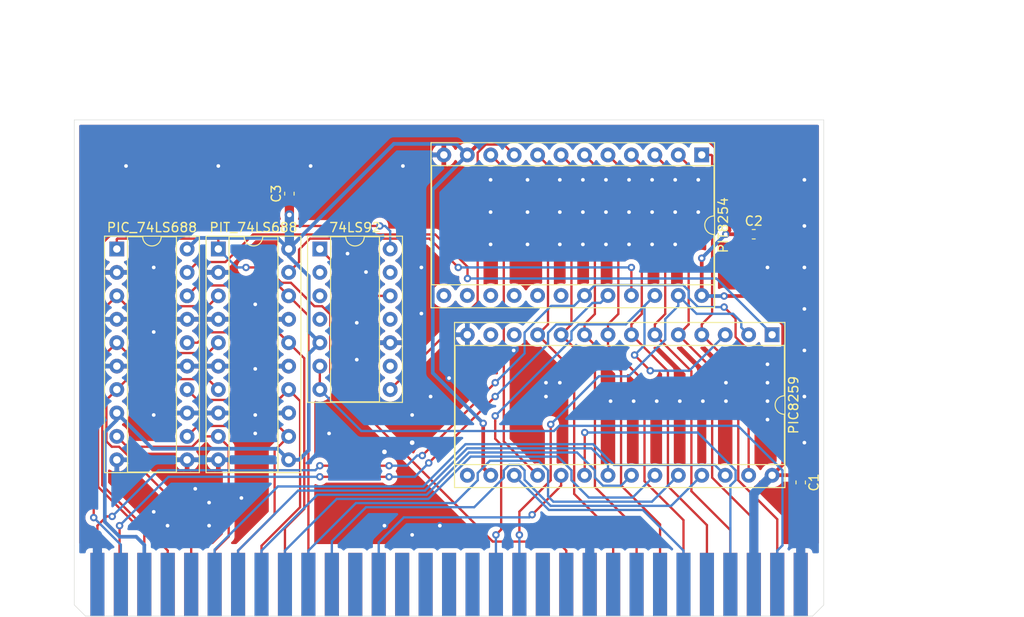
<source format=kicad_pcb>
(kicad_pcb (version 20171130) (host pcbnew "(5.1.5)-3")
  (layers (0 F.Cu signal) (31 B.Cu signal) (34 B.Paste user) (35 F.Paste user) (36 B.SilkS user) (37 F.SilkS user) (38 B.Mask user) (39 F.Mask user) (44 Edge.Cuts user))
  (net 0 "")
  (net 1 GND)
  (net 2 VCC)
  (net 3 CLK)
  (net 4 RESET)
  (net 5 A15)
  (net 6 A8)
  (net 7 A9)
  (net 8 A10)
  (net 9 A11)
  (net 10 A12)
  (net 11 A13)
  (net 12 A14)
  (net 13 D0)
  (net 14 D1)
  (net 15 D2)
  (net 16 D3)
  (net 17 D4)
  (net 18 D5)
  (net 19 D6)
  (net 20 D7)
  (net 21 A7)
  (net 22 A3)
  (net 23 A6)
  (net 24 A2)
  (net 25 A5)
  (net 26 A1)
  (net 27 A4)
  (net 28 A0)
  (net 29 OSC)
  (net 30 IOW)
  (net 31 IOR)
  (net 32 AEN)
  (net 33 "Net-(J4-Pad41)")
  (net 34 "Net-(J4-Pad32)")
  (net 35 "Net-(J4-Pad28)")
  (net 36 "Net-(J4-Pad27)")
  (net 37 INTAK)
  (net 38 IRQ3)
  (net 39 IRQ4)
  (net 40 IRQ5)
  (net 41 IRQ6)
  (net 42 IRQ7)
  (net 43 "Net-(J4-Pad18)")
  (net 44 "Net-(J4-Pad17)")
  (net 45 "Net-(J4-Pad16)")
  (net 46 "Net-(J4-Pad15)")
  (net 47 "Net-(J4-Pad12)")
  (net 48 "Net-(J4-Pad11)")
  (net 49 "Net-(J4-Pad9)")
  (net 50 "Net-(J4-Pad8)")
  (net 51 "Net-(J4-Pad7)")
  (net 52 INT)
  (net 53 "Net-(J4-Pad5)")
  (net 54 IRQ2)
  (net 55 Q0)
  (net 56 "Net-(74LS92-Pad11)")
  (net 57 "Net-(74LS92-Pad9)")
  (net 58 OSC1)
  (net 59 "Net-(PIC8259-Pad13)")
  (net 60 "Net-(PIC8259-Pad12)")
  (net 61 IRQ1)
  (net 62 IRQ0)
  (net 63 "Net-(PIC8259-Pad15)")
  (net 64 CSPIC)
  (net 65 CSPIT)
  (net 66 "Net-(PIT8254-Pad18)")
  (net 67 "Net-(PIT8254-Pad17)")
  (net 68 "Net-(PIT8254-Pad16)")
  (net 69 "Net-(PIT8254-Pad15)")
  (net 70 "Net-(PIT8254-Pad14)")
  (net 71 "Net-(PIT8254-Pad13)")
  (net 72 A16)
  (net 73 A17)
  (net 74 A18)
  (net 75 A19)
  (net 76 "Net-(J4-Pad19)")
  (module Package_DIP:DIP-28_W15.24mm_Socket (layer F.Cu) (at 175 93.3 270)
    (fp_text reference PIC8259 (at 7.62 -2.33 90) (layer F.SilkS))
    (fp_text value Conn_02x14_Counter_Clockwise)
    (pad 28 thru_hole oval (at 15.24 0 270) (size 1.6 1.6) (drill 0.8) (layers *.Cu *.Mask) (net 2 VCC))
    (pad 14 thru_hole oval (at 0 33.02 270) (size 1.6 1.6) (drill 0.8) (layers *.Cu *.Mask) (net 1 GND))
    (pad 27 thru_hole oval (at 15.24 2.54 270) (size 1.6 1.6) (drill 0.8) (layers *.Cu *.Mask) (net 28 A0))
    (pad 13 thru_hole oval (at 0 30.48 270) (size 1.6 1.6) (drill 0.8) (layers *.Cu *.Mask) (net 59 "Net-(PIC8259-Pad13)"))
    (pad 26 thru_hole oval (at 15.24 5.08 270) (size 1.6 1.6) (drill 0.8) (layers *.Cu *.Mask) (net 37 INTAK))
    (pad 12 thru_hole oval (at 0 27.94 270) (size 1.6 1.6) (drill 0.8) (layers *.Cu *.Mask) (net 60 "Net-(PIC8259-Pad12)"))
    (pad 25 thru_hole oval (at 15.24 7.62 270) (size 1.6 1.6) (drill 0.8) (layers *.Cu *.Mask) (net 42 IRQ7))
    (pad 11 thru_hole oval (at 0 25.4 270) (size 1.6 1.6) (drill 0.8) (layers *.Cu *.Mask) (net 13 D0))
    (pad 24 thru_hole oval (at 15.24 10.16 270) (size 1.6 1.6) (drill 0.8) (layers *.Cu *.Mask) (net 41 IRQ6))
    (pad 10 thru_hole oval (at 0 22.86 270) (size 1.6 1.6) (drill 0.8) (layers *.Cu *.Mask) (net 14 D1))
    (pad 23 thru_hole oval (at 15.24 12.7 270) (size 1.6 1.6) (drill 0.8) (layers *.Cu *.Mask) (net 40 IRQ5))
    (pad 9 thru_hole oval (at 0 20.32 270) (size 1.6 1.6) (drill 0.8) (layers *.Cu *.Mask) (net 15 D2))
    (pad 22 thru_hole oval (at 15.24 15.24 270) (size 1.6 1.6) (drill 0.8) (layers *.Cu *.Mask) (net 39 IRQ4))
    (pad 8 thru_hole oval (at 0 17.78 270) (size 1.6 1.6) (drill 0.8) (layers *.Cu *.Mask) (net 16 D3))
    (pad 21 thru_hole oval (at 15.24 17.78 270) (size 1.6 1.6) (drill 0.8) (layers *.Cu *.Mask) (net 38 IRQ3))
    (pad 7 thru_hole oval (at 0 15.24 270) (size 1.6 1.6) (drill 0.8) (layers *.Cu *.Mask) (net 17 D4))
    (pad 20 thru_hole oval (at 15.24 20.32 270) (size 1.6 1.6) (drill 0.8) (layers *.Cu *.Mask) (net 54 IRQ2))
    (pad 6 thru_hole oval (at 0 12.7 270) (size 1.6 1.6) (drill 0.8) (layers *.Cu *.Mask) (net 18 D5))
    (pad 19 thru_hole oval (at 15.24 22.86 270) (size 1.6 1.6) (drill 0.8) (layers *.Cu *.Mask) (net 61 IRQ1))
    (pad 5 thru_hole oval (at 0 10.16 270) (size 1.6 1.6) (drill 0.8) (layers *.Cu *.Mask) (net 19 D6))
    (pad 18 thru_hole oval (at 15.24 25.4 270) (size 1.6 1.6) (drill 0.8) (layers *.Cu *.Mask) (net 62 IRQ0))
    (pad 4 thru_hole oval (at 0 7.62 270) (size 1.6 1.6) (drill 0.8) (layers *.Cu *.Mask) (net 20 D7))
    (pad 17 thru_hole oval (at 15.24 27.94 270) (size 1.6 1.6) (drill 0.8) (layers *.Cu *.Mask) (net 52 INT))
    (pad 3 thru_hole oval (at 0 5.08 270) (size 1.6 1.6) (drill 0.8) (layers *.Cu *.Mask) (net 31 IOR))
    (pad 16 thru_hole oval (at 15.24 30.48 270) (size 1.6 1.6) (drill 0.8) (layers *.Cu *.Mask) (net 2 VCC))
    (pad 2 thru_hole oval (at 0 2.54 270) (size 1.6 1.6) (drill 0.8) (layers *.Cu *.Mask) (net 30 IOW))
    (pad 15 thru_hole oval (at 15.24 33.02 270) (size 1.6 1.6) (drill 0.8) (layers *.Cu *.Mask) (net 63 "Net-(PIC8259-Pad15)"))
    (pad 1 thru_hole rect (at 0 0 270) (size 1.6 1.6) (drill 0.8) (layers *.Cu *.Mask) (net 64 CSPIC))
  )
  (module Package_DIP:DIP-20_W7.62mm_Socket (layer F.Cu) (at 115 84)
    (fp_text reference PIT_74LS688 (at 3.81 -2.33) (layer F.SilkS))
    (fp_text value 74LS688)
    (pad 20 thru_hole oval (at 7.62 0) (size 1.6 1.6) (drill 0.8) (layers *.Cu *.Mask) (net 2 VCC))
    (pad 10 thru_hole oval (at 0 22.86) (size 1.6 1.6) (drill 0.8) (layers *.Cu *.Mask) (net 1 GND))
    (pad 19 thru_hole oval (at 7.62 2.54) (size 1.6 1.6) (drill 0.8) (layers *.Cu *.Mask) (net 65 CSPIT))
    (pad 9 thru_hole oval (at 0 20.32) (size 1.6 1.6) (drill 0.8) (layers *.Cu *.Mask) (net 25 A5))
    (pad 18 thru_hole oval (at 7.62 5.08) (size 1.6 1.6) (drill 0.8) (layers *.Cu *.Mask) (net 7 A9))
    (pad 8 thru_hole oval (at 0 17.78) (size 1.6 1.6) (drill 0.8) (layers *.Cu *.Mask) (net 1 GND))
    (pad 17 thru_hole oval (at 7.62 7.62) (size 1.6 1.6) (drill 0.8) (layers *.Cu *.Mask) (net 1 GND))
    (pad 7 thru_hole oval (at 0 15.24) (size 1.6 1.6) (drill 0.8) (layers *.Cu *.Mask) (net 27 A4))
    (pad 16 thru_hole oval (at 7.62 10.16) (size 1.6 1.6) (drill 0.8) (layers *.Cu *.Mask) (net 6 A8))
    (pad 6 thru_hole oval (at 0 12.7) (size 1.6 1.6) (drill 0.8) (layers *.Cu *.Mask) (net 1 GND))
    (pad 15 thru_hole oval (at 7.62 12.7) (size 1.6 1.6) (drill 0.8) (layers *.Cu *.Mask) (net 1 GND))
    (pad 5 thru_hole oval (at 0 10.16) (size 1.6 1.6) (drill 0.8) (layers *.Cu *.Mask) (net 22 A3))
    (pad 14 thru_hole oval (at 7.62 15.24) (size 1.6 1.6) (drill 0.8) (layers *.Cu *.Mask) (net 21 A7))
    (pad 4 thru_hole oval (at 0 7.62) (size 1.6 1.6) (drill 0.8) (layers *.Cu *.Mask) (net 1 GND))
    (pad 13 thru_hole oval (at 7.62 17.78) (size 1.6 1.6) (drill 0.8) (layers *.Cu *.Mask) (net 1 GND))
    (pad 3 thru_hole oval (at 0 5.08) (size 1.6 1.6) (drill 0.8) (layers *.Cu *.Mask) (net 24 A2))
    (pad 12 thru_hole oval (at 7.62 20.32) (size 1.6 1.6) (drill 0.8) (layers *.Cu *.Mask) (net 23 A6))
    (pad 2 thru_hole oval (at 0 2.54) (size 1.6 1.6) (drill 0.8) (layers *.Cu *.Mask) (net 1 GND))
    (pad 11 thru_hole oval (at 7.62 22.86) (size 1.6 1.6) (drill 0.8) (layers *.Cu *.Mask) (net 2 VCC))
    (pad 1 thru_hole rect (at 0 0) (size 1.6 1.6) (drill 0.8) (layers *.Cu *.Mask) (net 32 AEN))
  )
  (module Package_DIP:DIP-24_W15.24mm_Socket (layer F.Cu) (at 167.375 73.8 270)
    (fp_text reference PIT8254 (at 7.62 -2.33 90) (layer F.SilkS))
    (fp_text value Conn_02x12_Counter_Clockwise)
    (pad 24 thru_hole oval (at 15.24 0 270) (size 1.6 1.6) (drill 0.8) (layers *.Cu *.Mask) (net 2 VCC))
    (pad 12 thru_hole oval (at 0 27.94 270) (size 1.6 1.6) (drill 0.8) (layers *.Cu *.Mask) (net 1 GND))
    (pad 23 thru_hole oval (at 15.24 2.54 270) (size 1.6 1.6) (drill 0.8) (layers *.Cu *.Mask) (net 30 IOW))
    (pad 11 thru_hole oval (at 0 25.4 270) (size 1.6 1.6) (drill 0.8) (layers *.Cu *.Mask) (net 2 VCC))
    (pad 22 thru_hole oval (at 15.24 5.08 270) (size 1.6 1.6) (drill 0.8) (layers *.Cu *.Mask) (net 31 IOR))
    (pad 10 thru_hole oval (at 0 22.86 270) (size 1.6 1.6) (drill 0.8) (layers *.Cu *.Mask) (net 62 IRQ0))
    (pad 21 thru_hole oval (at 15.24 7.62 270) (size 1.6 1.6) (drill 0.8) (layers *.Cu *.Mask) (net 65 CSPIT))
    (pad 9 thru_hole oval (at 0 20.32 270) (size 1.6 1.6) (drill 0.8) (layers *.Cu *.Mask) (net 58 OSC1))
    (pad 20 thru_hole oval (at 15.24 10.16 270) (size 1.6 1.6) (drill 0.8) (layers *.Cu *.Mask) (net 26 A1))
    (pad 8 thru_hole oval (at 0 17.78 270) (size 1.6 1.6) (drill 0.8) (layers *.Cu *.Mask) (net 13 D0))
    (pad 19 thru_hole oval (at 15.24 12.7 270) (size 1.6 1.6) (drill 0.8) (layers *.Cu *.Mask) (net 28 A0))
    (pad 7 thru_hole oval (at 0 15.24 270) (size 1.6 1.6) (drill 0.8) (layers *.Cu *.Mask) (net 14 D1))
    (pad 18 thru_hole oval (at 15.24 15.24 270) (size 1.6 1.6) (drill 0.8) (layers *.Cu *.Mask) (net 66 "Net-(PIT8254-Pad18)"))
    (pad 6 thru_hole oval (at 0 12.7 270) (size 1.6 1.6) (drill 0.8) (layers *.Cu *.Mask) (net 15 D2))
    (pad 17 thru_hole oval (at 15.24 17.78 270) (size 1.6 1.6) (drill 0.8) (layers *.Cu *.Mask) (net 67 "Net-(PIT8254-Pad17)"))
    (pad 5 thru_hole oval (at 0 10.16 270) (size 1.6 1.6) (drill 0.8) (layers *.Cu *.Mask) (net 16 D3))
    (pad 16 thru_hole oval (at 15.24 20.32 270) (size 1.6 1.6) (drill 0.8) (layers *.Cu *.Mask) (net 68 "Net-(PIT8254-Pad16)"))
    (pad 4 thru_hole oval (at 0 7.62 270) (size 1.6 1.6) (drill 0.8) (layers *.Cu *.Mask) (net 17 D4))
    (pad 15 thru_hole oval (at 15.24 22.86 270) (size 1.6 1.6) (drill 0.8) (layers *.Cu *.Mask) (net 69 "Net-(PIT8254-Pad15)"))
    (pad 3 thru_hole oval (at 0 5.08 270) (size 1.6 1.6) (drill 0.8) (layers *.Cu *.Mask) (net 18 D5))
    (pad 14 thru_hole oval (at 15.24 25.4 270) (size 1.6 1.6) (drill 0.8) (layers *.Cu *.Mask) (net 70 "Net-(PIT8254-Pad14)"))
    (pad 2 thru_hole oval (at 0 2.54 270) (size 1.6 1.6) (drill 0.8) (layers *.Cu *.Mask) (net 19 D6))
    (pad 13 thru_hole oval (at 15.24 27.94 270) (size 1.6 1.6) (drill 0.8) (layers *.Cu *.Mask) (net 71 "Net-(PIT8254-Pad13)"))
    (pad 1 thru_hole rect (at 0 0 270) (size 1.6 1.6) (drill 0.8) (layers *.Cu *.Mask) (net 20 D7))
  )
  (module Package_DIP:DIP-20_W7.62mm_Socket (layer F.Cu) (at 104 84)
    (fp_text reference PIC_74LS688 (at 3.81 -2.33) (layer F.SilkS))
    (fp_text value 74LS688)
    (pad 20 thru_hole oval (at 7.62 0) (size 1.6 1.6) (drill 0.8) (layers *.Cu *.Mask) (net 2 VCC))
    (pad 10 thru_hole oval (at 0 22.86) (size 1.6 1.6) (drill 0.8) (layers *.Cu *.Mask) (net 1 GND))
    (pad 19 thru_hole oval (at 7.62 2.54) (size 1.6 1.6) (drill 0.8) (layers *.Cu *.Mask) (net 64 CSPIC))
    (pad 9 thru_hole oval (at 0 20.32) (size 1.6 1.6) (drill 0.8) (layers *.Cu *.Mask) (net 25 A5))
    (pad 18 thru_hole oval (at 7.62 5.08) (size 1.6 1.6) (drill 0.8) (layers *.Cu *.Mask) (net 7 A9))
    (pad 8 thru_hole oval (at 0 17.78) (size 1.6 1.6) (drill 0.8) (layers *.Cu *.Mask) (net 2 VCC))
    (pad 17 thru_hole oval (at 7.62 7.62) (size 1.6 1.6) (drill 0.8) (layers *.Cu *.Mask) (net 1 GND))
    (pad 7 thru_hole oval (at 0 15.24) (size 1.6 1.6) (drill 0.8) (layers *.Cu *.Mask) (net 27 A4))
    (pad 16 thru_hole oval (at 7.62 10.16) (size 1.6 1.6) (drill 0.8) (layers *.Cu *.Mask) (net 6 A8))
    (pad 6 thru_hole oval (at 0 12.7) (size 1.6 1.6) (drill 0.8) (layers *.Cu *.Mask) (net 1 GND))
    (pad 15 thru_hole oval (at 7.62 12.7) (size 1.6 1.6) (drill 0.8) (layers *.Cu *.Mask) (net 1 GND))
    (pad 5 thru_hole oval (at 0 10.16) (size 1.6 1.6) (drill 0.8) (layers *.Cu *.Mask) (net 22 A3))
    (pad 14 thru_hole oval (at 7.62 15.24) (size 1.6 1.6) (drill 0.8) (layers *.Cu *.Mask) (net 21 A7))
    (pad 4 thru_hole oval (at 0 7.62) (size 1.6 1.6) (drill 0.8) (layers *.Cu *.Mask) (net 1 GND))
    (pad 13 thru_hole oval (at 7.62 17.78) (size 1.6 1.6) (drill 0.8) (layers *.Cu *.Mask) (net 1 GND))
    (pad 3 thru_hole oval (at 0 5.08) (size 1.6 1.6) (drill 0.8) (layers *.Cu *.Mask) (net 24 A2))
    (pad 12 thru_hole oval (at 7.62 20.32) (size 1.6 1.6) (drill 0.8) (layers *.Cu *.Mask) (net 23 A6))
    (pad 2 thru_hole oval (at 0 2.54) (size 1.6 1.6) (drill 0.8) (layers *.Cu *.Mask) (net 1 GND))
    (pad 11 thru_hole oval (at 7.62 22.86) (size 1.6 1.6) (drill 0.8) (layers *.Cu *.Mask) (net 1 GND))
    (pad 1 thru_hole rect (at 0 0) (size 1.6 1.6) (drill 0.8) (layers *.Cu *.Mask) (net 32 AEN))
  )
  (module Package_DIP:DIP-14_W7.62mm_Socket (layer F.Cu) (at 126 84)
    (fp_text reference 74LS92 (at 3.81 -2.33) (layer F.SilkS))
    (fp_text value 74LS92)
    (pad 14 thru_hole oval (at 7.62 0) (size 1.6 1.6) (drill 0.8) (layers *.Cu *.Mask) (net 29 OSC))
    (pad 7 thru_hole oval (at 0 15.24) (size 1.6 1.6) (drill 0.8) (layers *.Cu *.Mask) (net 4 RESET))
    (pad 13 thru_hole oval (at 7.62 2.54) (size 1.6 1.6) (drill 0.8) (layers *.Cu *.Mask))
    (pad 6 thru_hole oval (at 0 12.7) (size 1.6 1.6) (drill 0.8) (layers *.Cu *.Mask) (net 4 RESET))
    (pad 12 thru_hole oval (at 7.62 5.08) (size 1.6 1.6) (drill 0.8) (layers *.Cu *.Mask) (net 55 Q0))
    (pad 5 thru_hole oval (at 0 10.16) (size 1.6 1.6) (drill 0.8) (layers *.Cu *.Mask) (net 2 VCC))
    (pad 11 thru_hole oval (at 7.62 7.62) (size 1.6 1.6) (drill 0.8) (layers *.Cu *.Mask) (net 56 "Net-(74LS92-Pad11)"))
    (pad 4 thru_hole oval (at 0 7.62) (size 1.6 1.6) (drill 0.8) (layers *.Cu *.Mask))
    (pad 10 thru_hole oval (at 7.62 10.16) (size 1.6 1.6) (drill 0.8) (layers *.Cu *.Mask) (net 1 GND))
    (pad 3 thru_hole oval (at 0 5.08) (size 1.6 1.6) (drill 0.8) (layers *.Cu *.Mask))
    (pad 9 thru_hole oval (at 7.62 12.7) (size 1.6 1.6) (drill 0.8) (layers *.Cu *.Mask) (net 57 "Net-(74LS92-Pad9)"))
    (pad 2 thru_hole oval (at 0 2.54) (size 1.6 1.6) (drill 0.8) (layers *.Cu *.Mask))
    (pad 8 thru_hole oval (at 7.62 15.24) (size 1.6 1.6) (drill 0.8) (layers *.Cu *.Mask) (net 58 OSC1))
    (pad 1 thru_hole rect (at 0 0) (size 1.6 1.6) (drill 0.8) (layers *.Cu *.Mask) (net 55 Q0))
  )
  (module Capacitor_SMD:C_0603_1608Metric (layer F.Cu) (at 122.7 78 90)
    (fp_text reference C3 (at 0 -1.43 90) (layer F.SilkS))
    (fp_text value 100nF)
    (pad 2 smd roundrect (at 0.7875 0 90) (size 0.875 0.95) (layers F.Cu F.Paste F.Mask) (net 1 GND))
    (pad 1 smd roundrect (at -0.7875 0 90) (size 0.875 0.95) (layers F.Cu F.Paste F.Mask) (net 2 VCC))
  )
  (module Capacitor_SMD:C_0603_1608Metric (layer F.Cu) (at 173.0125 82.4)
    (fp_text reference C2 (at 0 -1.43) (layer F.SilkS))
    (fp_text value 100nF)
    (pad 2 smd roundrect (at 0.7875 0) (size 0.875 0.95) (layers F.Cu F.Paste F.Mask) (net 1 GND))
    (pad 1 smd roundrect (at -0.7875 0) (size 0.875 0.95) (layers F.Cu F.Paste F.Mask) (net 2 VCC))
  )
  (module Capacitor_SMD:C_0603_1608Metric (layer F.Cu) (at 178.1 109.3125 270)
    (fp_text reference C1 (at 0 -1.43 90) (layer F.SilkS))
    (fp_text value 100nF)
    (pad 2 smd roundrect (at 0.7875 0 270) (size 0.875 0.95) (layers F.Cu F.Paste F.Mask) (net 1 GND))
    (pad 1 smd roundrect (at -0.7875 0 270) (size 0.875 0.95) (layers F.Cu F.Paste F.Mask) (net 2 VCC))
  )
  (module adlib:BUS_PC (layer F.Cu) (at 140 120)
    (fp_text reference J4 hide)
    (fp_text value Bus_ISA_8bit)
    (pad 62 connect rect (at -38.1 0.381) (size 1.524 6.858) (layers F.Cu F.Mask) (net 28 A0))
    (pad 61 connect rect (at -35.56 0.381) (size 1.524 6.858) (layers F.Cu F.Mask) (net 26 A1))
    (pad 60 connect rect (at -33.02 0.381) (size 1.524 6.858) (layers F.Cu F.Mask) (net 24 A2))
    (pad 59 connect rect (at -30.48 0.381) (size 1.524 6.858) (layers F.Cu F.Mask) (net 22 A3))
    (pad 58 connect rect (at -27.94 0.381) (size 1.524 6.858) (layers F.Cu F.Mask) (net 27 A4))
    (pad 57 connect rect (at -25.4 0.381) (size 1.524 6.858) (layers F.Cu F.Mask) (net 25 A5))
    (pad 56 connect rect (at -22.86 0.381) (size 1.524 6.858) (layers F.Cu F.Mask) (net 23 A6))
    (pad 55 connect rect (at -20.32 0.381) (size 1.524 6.858) (layers F.Cu F.Mask) (net 21 A7))
    (pad 54 connect rect (at -17.78 0.381) (size 1.524 6.858) (layers F.Cu F.Mask) (net 6 A8))
    (pad 53 connect rect (at -15.24 0.381) (size 1.524 6.858) (layers F.Cu F.Mask) (net 7 A9))
    (pad 52 connect rect (at -12.7 0.381) (size 1.524 6.858) (layers F.Cu F.Mask) (net 8 A10))
    (pad 51 connect rect (at -10.16 0.381) (size 1.524 6.858) (layers F.Cu F.Mask) (net 9 A11))
    (pad 50 connect rect (at -7.62 0.381) (size 1.524 6.858) (layers F.Cu F.Mask) (net 10 A12))
    (pad 49 connect rect (at -5.08 0.381) (size 1.524 6.858) (layers F.Cu F.Mask) (net 11 A13))
    (pad 48 connect rect (at -2.54 0.381) (size 1.524 6.858) (layers F.Cu F.Mask) (net 12 A14))
    (pad 47 connect rect (at 0 0.381) (size 1.524 6.858) (layers F.Cu F.Mask) (net 5 A15))
    (pad 46 connect rect (at 2.54 0.381) (size 1.524 6.858) (layers F.Cu F.Mask) (net 72 A16))
    (pad 45 connect rect (at 5.08 0.381) (size 1.524 6.858) (layers F.Cu F.Mask) (net 73 A17))
    (pad 44 connect rect (at 7.62 0.381) (size 1.524 6.858) (layers F.Cu F.Mask) (net 74 A18))
    (pad 43 connect rect (at 10.16 0.381) (size 1.524 6.858) (layers F.Cu F.Mask) (net 75 A19))
    (pad 42 connect rect (at 12.7 0.381) (size 1.524 6.858) (layers F.Cu F.Mask) (net 32 AEN))
    (pad 41 connect rect (at 15.24 0.381) (size 1.524 6.858) (layers F.Cu F.Mask) (net 33 "Net-(J4-Pad41)"))
    (pad 40 connect rect (at 17.78 0.381) (size 1.524 6.858) (layers F.Cu F.Mask) (net 13 D0))
    (pad 39 connect rect (at 20.32 0.381) (size 1.524 6.858) (layers F.Cu F.Mask) (net 14 D1))
    (pad 38 connect rect (at 22.86 0.381) (size 1.524 6.858) (layers F.Cu F.Mask) (net 15 D2))
    (pad 37 connect rect (at 25.4 0.381) (size 1.524 6.858) (layers F.Cu F.Mask) (net 16 D3))
    (pad 36 connect rect (at 27.94 0.381) (size 1.524 6.858) (layers F.Cu F.Mask) (net 17 D4))
    (pad 35 connect rect (at 30.48 0.381) (size 1.524 6.858) (layers F.Cu F.Mask) (net 18 D5))
    (pad 34 connect rect (at 33.02 0.381) (size 1.524 6.858) (layers F.Cu F.Mask) (net 19 D6))
    (pad 33 connect rect (at 35.56 0.381) (size 1.524 6.858) (layers F.Cu F.Mask) (net 20 D7))
    (pad 32 connect rect (at 38.1 0.381) (size 1.524 6.858) (layers F.Cu F.Mask) (net 34 "Net-(J4-Pad32)"))
    (pad 31 connect rect (at -38.1 0.381) (size 1.524 6.858) (layers B.Cu B.Mask) (net 1 GND))
    (pad 30 connect rect (at -35.56 0.381) (size 1.524 6.858) (layers B.Cu B.Mask) (net 29 OSC))
    (pad 29 connect rect (at -33.02 0.381) (size 1.524 6.858) (layers B.Cu B.Mask) (net 2 VCC))
    (pad 28 connect rect (at -30.48 0.381) (size 1.524 6.858) (layers B.Cu B.Mask) (net 35 "Net-(J4-Pad28)"))
    (pad 27 connect rect (at -27.94 0.381) (size 1.524 6.858) (layers B.Cu B.Mask) (net 36 "Net-(J4-Pad27)"))
    (pad 26 connect rect (at -25.4 0.381) (size 1.524 6.858) (layers B.Cu B.Mask) (net 37 INTAK))
    (pad 25 connect rect (at -22.86 0.381) (size 1.524 6.858) (layers B.Cu B.Mask) (net 61 IRQ1))
    (pad 24 connect rect (at -20.32 0.381) (size 1.524 6.858) (layers B.Cu B.Mask) (net 39 IRQ4))
    (pad 23 connect rect (at -17.78 0.381) (size 1.524 6.858) (layers B.Cu B.Mask) (net 40 IRQ5))
    (pad 22 connect rect (at -15.24 0.381) (size 1.524 6.858) (layers B.Cu B.Mask) (net 41 IRQ6))
    (pad 21 connect rect (at -12.7 0.381) (size 1.524 6.858) (layers B.Cu B.Mask) (net 42 IRQ7))
    (pad 20 connect rect (at -10.16 0.381) (size 1.524 6.858) (layers B.Cu B.Mask) (net 3 CLK))
    (pad 19 connect rect (at -7.62 0.381) (size 1.524 6.858) (layers B.Cu B.Mask) (net 76 "Net-(J4-Pad19)"))
    (pad 18 connect rect (at -5.08 0.381) (size 1.524 6.858) (layers B.Cu B.Mask) (net 43 "Net-(J4-Pad18)"))
    (pad 17 connect rect (at -2.54 0.381) (size 1.524 6.858) (layers B.Cu B.Mask) (net 44 "Net-(J4-Pad17)"))
    (pad 16 connect rect (at 0 0.381) (size 1.524 6.858) (layers B.Cu B.Mask) (net 45 "Net-(J4-Pad16)"))
    (pad 15 connect rect (at 2.54 0.381) (size 1.524 6.858) (layers B.Cu B.Mask) (net 46 "Net-(J4-Pad15)"))
    (pad 14 connect rect (at 5.08 0.381) (size 1.524 6.858) (layers B.Cu B.Mask) (net 31 IOR))
    (pad 13 connect rect (at 7.62 0.381) (size 1.524 6.858) (layers B.Cu B.Mask) (net 30 IOW))
    (pad 12 connect rect (at 10.16 0.381) (size 1.524 6.858) (layers B.Cu B.Mask) (net 47 "Net-(J4-Pad12)"))
    (pad 11 connect rect (at 12.7 0.381) (size 1.524 6.858) (layers B.Cu B.Mask) (net 48 "Net-(J4-Pad11)"))
    (pad 10 connect rect (at 15.24 0.381) (size 1.524 6.858) (layers B.Cu B.Mask) (net 1 GND))
    (pad 9 connect rect (at 17.78 0.381) (size 1.524 6.858) (layers B.Cu B.Mask) (net 49 "Net-(J4-Pad9)"))
    (pad 8 connect rect (at 20.32 0.381) (size 1.524 6.858) (layers B.Cu B.Mask) (net 50 "Net-(J4-Pad8)"))
    (pad 7 connect rect (at 22.86 0.381) (size 1.524 6.858) (layers B.Cu B.Mask) (net 51 "Net-(J4-Pad7)"))
    (pad 6 connect rect (at 25.4 0.381) (size 1.524 6.858) (layers B.Cu B.Mask) (net 52 INT))
    (pad 5 connect rect (at 27.94 0.381) (size 1.524 6.858) (layers B.Cu B.Mask) (net 53 "Net-(J4-Pad5)"))
    (pad 4 connect rect (at 30.48 0.381) (size 1.524 6.858) (layers B.Cu B.Mask) (net 54 IRQ2))
    (pad 3 connect rect (at 33.02 0.381) (size 1.524 6.858) (layers B.Cu B.Mask) (net 2 VCC))
    (pad 2 connect rect (at 35.56 0.381) (size 1.524 6.858) (layers B.Cu B.Mask) (net 4 RESET))
    (pad 1 connect rect (at 38.1 0.381) (size 1.524 6.858) (layers B.Cu B.Mask) (net 1 GND))
  )
  (gr_line (start 99.4 70) (end 99.4 116.2) (layer Edge.Cuts) (width 0.05))
  (gr_line (start 180.6 70) (end 99.4 70) (layer Edge.Cuts) (width 0.05))
  (gr_line (start 180.6 114.9) (end 180.6 70) (layer Edge.Cuts) (width 0.05))
  (gr_line (start 99.4 122.6) (end 99.4 116.2) (layer Edge.Cuts) (width 0.05))
  (gr_line (start 100.6 123.8) (end 99.4 122.6) (layer Edge.Cuts) (width 0.05))
  (gr_line (start 179.4 123.8) (end 100.6 123.8) (layer Edge.Cuts) (width 0.05))
  (gr_line (start 180.6 122.6) (end 180.6 114.9) (layer Edge.Cuts) (width 0.05))
  (gr_line (start 179.4 123.8) (end 180.6 122.6) (layer Edge.Cuts) (width 0.05))
  (segment (start 178.1 120.381) (end 178.1 115) (width 1) (layer B.Cu) (net 1))
  (segment (start 155.24 120.381) (end 155.24 115) (width 1) (layer B.Cu) (net 1))
  (segment (start 101.9 120.381) (end 101.9 115) (width 1) (layer B.Cu) (net 1))
  (via (at 125 75) (size 0.8) (drill 0.4) (layers F.Cu B.Cu) (net 1))
  (via (at 115 75) (size 0.8) (drill 0.4) (layers F.Cu B.Cu) (net 1))
  (via (at 105 75) (size 0.8) (drill 0.4) (layers F.Cu B.Cu) (net 1))
  (via (at 135 75) (size 0.8) (drill 0.4) (layers F.Cu B.Cu) (net 1))
  (via (at 130 92) (size 0.8) (drill 0.4) (layers F.Cu B.Cu) (net 1))
  (via (at 130 96) (size 0.8) (drill 0.4) (layers F.Cu B.Cu) (net 1))
  (via (at 137 86) (size 0.8) (drill 0.4) (layers F.Cu B.Cu) (net 1))
  (via (at 137 91) (size 0.8) (drill 0.4) (layers F.Cu B.Cu) (net 1))
  (via (at 136 102) (size 0.8) (drill 0.4) (layers F.Cu B.Cu) (net 1))
  (via (at 138 100) (size 0.8) (drill 0.4) (layers F.Cu B.Cu) (net 1))
  (via (at 140 98) (size 0.8) (drill 0.4) (layers F.Cu B.Cu) (net 1))
  (via (at 133 114) (size 0.8) (drill 0.4) (layers F.Cu B.Cu) (net 1))
  (via (at 136 115) (size 0.8) (drill 0.4) (layers F.Cu B.Cu) (net 1))
  (via (at 139 114) (size 0.8) (drill 0.4) (layers F.Cu B.Cu) (net 1))
  (segment (start 155.24 115) (end 155.24 115) (width 1) (layer B.Cu) (net 1))
  (via (at 133 106) (size 1) (drill 0.5) (layers F.Cu B.Cu) (net 1))
  (via (at 136 105) (size 1) (drill 0.5) (layers F.Cu B.Cu) (net 1))
  (segment (start 135 106) (end 136 105) (width 1) (layer B.Cu) (net 1))
  (segment (start 133 106) (end 135 106) (width 1) (layer B.Cu) (net 1))
  (via (at 108 86) (size 0.8) (drill 0.4) (layers F.Cu B.Cu) (net 1))
  (via (at 108 93) (size 0.8) (drill 0.4) (layers F.Cu B.Cu) (net 1))
  (via (at 108 102) (size 0.8) (drill 0.4) (layers F.Cu B.Cu) (net 1))
  (via (at 119 97) (size 0.8) (drill 0.4) (layers F.Cu B.Cu) (net 1))
  (via (at 119 90) (size 0.8) (drill 0.4) (layers F.Cu B.Cu) (net 1))
  (via (at 127 104) (size 0.8) (drill 0.4) (layers F.Cu B.Cu) (net 1))
  (via (at 119 102) (size 0.8) (drill 0.4) (layers F.Cu B.Cu) (net 1))
  (via (at 108 112.5) (size 0.8) (drill 0.4) (layers F.Cu B.Cu) (net 1))
  (via (at 109.5 114) (size 0.8) (drill 0.4) (layers F.Cu B.Cu) (net 1))
  (via (at 114 114) (size 0.8) (drill 0.4) (layers F.Cu B.Cu) (net 1))
  (via (at 114 111.5) (size 0.8) (drill 0.4) (layers F.Cu B.Cu) (net 1))
  (via (at 112.5 110) (size 0.8) (drill 0.4) (layers F.Cu B.Cu) (net 1))
  (via (at 117.5 111) (size 0.8) (drill 0.4) (layers F.Cu B.Cu) (net 1))
  (via (at 119 104) (size 0.8) (drill 0.4) (layers F.Cu B.Cu) (net 1))
  (via (at 157.5 100.5) (size 0.8) (drill 0.4) (layers F.Cu B.Cu) (net 1))
  (via (at 160 100.5) (size 0.8) (drill 0.4) (layers F.Cu B.Cu) (net 1))
  (via (at 162.5 100.5) (size 0.8) (drill 0.4) (layers F.Cu B.Cu) (net 1))
  (via (at 165 100.5) (size 0.8) (drill 0.4) (layers F.Cu B.Cu) (net 1))
  (via (at 167.5 100.5) (size 0.8) (drill 0.4) (layers F.Cu B.Cu) (net 1))
  (via (at 170 100.5) (size 0.8) (drill 0.4) (layers F.Cu B.Cu) (net 1))
  (via (at 170 98.5) (size 0.8) (drill 0.4) (layers F.Cu B.Cu) (net 1))
  (via (at 174.5 96.5) (size 0.8) (drill 0.4) (layers F.Cu B.Cu) (net 1))
  (via (at 174.5 98.5) (size 0.8) (drill 0.4) (layers F.Cu B.Cu) (net 1))
  (via (at 174.5 100.5) (size 0.8) (drill 0.4) (layers F.Cu B.Cu) (net 1))
  (via (at 174.5 102.5) (size 0.8) (drill 0.4) (layers F.Cu B.Cu) (net 1))
  (via (at 129 84.5) (size 0.8) (drill 0.4) (layers F.Cu B.Cu) (net 1))
  (via (at 131 86.5) (size 0.8) (drill 0.4) (layers F.Cu B.Cu) (net 1))
  (via (at 144.5 83.5) (size 0.8) (drill 0.4) (layers F.Cu B.Cu) (net 1))
  (via (at 144.5 80) (size 0.8) (drill 0.4) (layers F.Cu B.Cu) (net 1))
  (via (at 144.5 76.5) (size 0.8) (drill 0.4) (layers F.Cu B.Cu) (net 1))
  (via (at 148.5 76.5) (size 0.8) (drill 0.4) (layers F.Cu B.Cu) (net 1))
  (via (at 148.5 80) (size 0.8) (drill 0.4) (layers F.Cu B.Cu) (net 1))
  (via (at 148.5 83.5) (size 0.8) (drill 0.4) (layers F.Cu B.Cu) (net 1))
  (via (at 152 83.5) (size 0.8) (drill 0.4) (layers F.Cu B.Cu) (net 1))
  (via (at 152 80) (size 0.8) (drill 0.4) (layers F.Cu B.Cu) (net 1))
  (via (at 152 76.5) (size 0.8) (drill 0.4) (layers F.Cu B.Cu) (net 1))
  (via (at 154.5 76.5) (size 0.8) (drill 0.4) (layers F.Cu B.Cu) (net 1))
  (via (at 154.5 80) (size 0.8) (drill 0.4) (layers F.Cu B.Cu) (net 1))
  (via (at 154.5 83.5) (size 0.8) (drill 0.4) (layers F.Cu B.Cu) (net 1))
  (via (at 157 83.5) (size 0.8) (drill 0.4) (layers F.Cu B.Cu) (net 1))
  (via (at 157 80) (size 0.8) (drill 0.4) (layers F.Cu B.Cu) (net 1))
  (via (at 157 76.5) (size 0.8) (drill 0.4) (layers F.Cu B.Cu) (net 1))
  (via (at 159.5 76.5) (size 0.8) (drill 0.4) (layers F.Cu B.Cu) (net 1))
  (via (at 159.5 80) (size 0.8) (drill 0.4) (layers F.Cu B.Cu) (net 1))
  (via (at 159.5 83.5) (size 0.8) (drill 0.4) (layers F.Cu B.Cu) (net 1))
  (via (at 162 83.5) (size 0.8) (drill 0.4) (layers F.Cu B.Cu) (net 1))
  (via (at 162 80) (size 0.8) (drill 0.4) (layers F.Cu B.Cu) (net 1))
  (via (at 162 76.5) (size 0.8) (drill 0.4) (layers F.Cu B.Cu) (net 1))
  (via (at 164.5 76.5) (size 0.8) (drill 0.4) (layers F.Cu B.Cu) (net 1))
  (via (at 164.5 80) (size 0.8) (drill 0.4) (layers F.Cu B.Cu) (net 1))
  (via (at 164.5 83.5) (size 0.8) (drill 0.4) (layers F.Cu B.Cu) (net 1))
  (via (at 167 80) (size 0.8) (drill 0.4) (layers F.Cu B.Cu) (net 1))
  (via (at 167 76.5) (size 0.8) (drill 0.4) (layers F.Cu B.Cu) (net 1))
  (via (at 178.5 95) (size 0.8) (drill 0.4) (layers F.Cu B.Cu) (net 1))
  (via (at 178.5 100) (size 0.8) (drill 0.4) (layers F.Cu B.Cu) (net 1))
  (via (at 178.5 105) (size 0.8) (drill 0.4) (layers F.Cu B.Cu) (net 1))
  (via (at 178.5 90.5) (size 0.8) (drill 0.4) (layers F.Cu B.Cu) (net 1))
  (via (at 178.5 86) (size 0.8) (drill 0.4) (layers F.Cu B.Cu) (net 1))
  (via (at 174.5 86) (size 0.8) (drill 0.4) (layers F.Cu B.Cu) (net 1))
  (via (at 178.5 81.5) (size 0.8) (drill 0.4) (layers F.Cu B.Cu) (net 1))
  (via (at 178.5 76.5) (size 0.8) (drill 0.4) (layers F.Cu B.Cu) (net 1))
  (via (at 147 95) (size 0.8) (drill 0.4) (layers F.Cu B.Cu) (net 1))
  (segment (start 147 95) (end 150.5 98.5) (width 0.4) (layer F.Cu) (net 1))
  (segment (start 150.5 98.5) (end 150.5 98.5) (width 0.4) (layer F.Cu) (net 1))
  (via (at 150.5 98.5) (size 0.8) (drill 0.4) (layers F.Cu B.Cu) (net 1))
  (via (at 152 98.5) (size 0.8) (drill 0.4) (layers F.Cu B.Cu) (net 1))
  (via (at 150.5 100) (size 0.8) (drill 0.4) (layers F.Cu B.Cu) (net 1))
  (via (at 122.7 80.3) (size 1) (drill 0.5) (layers F.Cu B.Cu) (net 2))
  (segment (start 173.02 110.52) (end 175 108.54) (width 1) (layer B.Cu) (net 2))
  (segment (start 173.02 120.381) (end 173.02 110.52) (width 1) (layer B.Cu) (net 2))
  (segment (start 176.200001 92.179999) (end 173.120002 89.1) (width 0.4) (layer F.Cu) (net 2))
  (segment (start 175 108.54) (end 176.200001 107.339999) (width 0.4) (layer F.Cu) (net 2))
  (segment (start 176.200001 107.339999) (end 176.200001 92.179999) (width 0.4) (layer F.Cu) (net 2))
  (segment (start 173.120002 89.1) (end 169.8 89.1) (width 0.4) (layer F.Cu) (net 2))
  (segment (start 169.8 89.1) (end 169.8 89.1) (width 0.4) (layer F.Cu) (net 2))
  (via (at 169.8 89.1) (size 0.8) (drill 0.4) (layers F.Cu B.Cu) (net 2))
  (segment (start 167.435 89.1) (end 167.375 89.04) (width 0.4) (layer B.Cu) (net 2))
  (segment (start 169.8 89.1) (end 167.435 89.1) (width 0.4) (layer B.Cu) (net 2))
  (segment (start 121.820001 106.060001) (end 122.62 106.86) (width 0.4) (layer B.Cu) (net 2))
  (segment (start 121.419999 105.659999) (end 121.820001 106.060001) (width 0.4) (layer B.Cu) (net 2))
  (segment (start 107.879999 105.659999) (end 121.419999 105.659999) (width 0.4) (layer B.Cu) (net 2))
  (segment (start 104 101.78) (end 107.879999 105.659999) (width 0.4) (layer B.Cu) (net 2))
  (segment (start 102.699999 113.584001) (end 104.315998 115.2) (width 0.4) (layer B.Cu) (net 2))
  (segment (start 102.699999 103.843999) (end 102.699999 113.584001) (width 0.4) (layer B.Cu) (net 2))
  (segment (start 104 101.78) (end 104 102.543998) (width 0.4) (layer B.Cu) (net 2))
  (segment (start 104 102.543998) (end 102.699999 103.843999) (width 0.4) (layer B.Cu) (net 2))
  (segment (start 104.315998 115.2) (end 106.1 115.2) (width 0.4) (layer B.Cu) (net 2))
  (segment (start 106.98 116.08) (end 106.98 120.381) (width 0.4) (layer B.Cu) (net 2))
  (segment (start 106.1 115.2) (end 106.98 116.08) (width 0.4) (layer B.Cu) (net 2))
  (segment (start 125.200001 94.959999) (end 126 94.16) (width 0.4) (layer B.Cu) (net 2))
  (segment (start 124.799999 105.811371) (end 124.799999 95.360001) (width 0.4) (layer B.Cu) (net 2))
  (segment (start 123.75137 106.86) (end 124.799999 105.811371) (width 0.4) (layer B.Cu) (net 2))
  (segment (start 124.799999 95.360001) (end 125.200001 94.959999) (width 0.4) (layer B.Cu) (net 2))
  (segment (start 122.62 106.86) (end 123.75137 106.86) (width 0.4) (layer B.Cu) (net 2))
  (segment (start 125.200001 93.360001) (end 126 94.16) (width 0.4) (layer B.Cu) (net 2))
  (segment (start 124.799999 86.943997) (end 124.799999 92.959999) (width 0.4) (layer B.Cu) (net 2))
  (segment (start 124.799999 92.959999) (end 125.200001 93.360001) (width 0.4) (layer B.Cu) (net 2))
  (segment (start 122.62 84.763998) (end 124.799999 86.943997) (width 0.4) (layer B.Cu) (net 2))
  (segment (start 122.62 84) (end 122.62 84.763998) (width 0.4) (layer B.Cu) (net 2))
  (segment (start 134.020001 72.599999) (end 123.419999 83.200001) (width 0.4) (layer B.Cu) (net 2))
  (segment (start 123.419999 83.200001) (end 122.62 84) (width 0.4) (layer B.Cu) (net 2))
  (segment (start 140.774999 72.599999) (end 134.020001 72.599999) (width 0.4) (layer B.Cu) (net 2))
  (segment (start 141.975 73.8) (end 140.774999 72.599999) (width 0.4) (layer B.Cu) (net 2))
  (segment (start 112.419999 83.200001) (end 111.62 84) (width 0.4) (layer B.Cu) (net 2))
  (segment (start 112.820001 82.799999) (end 112.419999 83.200001) (width 0.4) (layer B.Cu) (net 2))
  (segment (start 121.419999 82.799999) (end 112.820001 82.799999) (width 0.4) (layer B.Cu) (net 2))
  (segment (start 122.62 84) (end 121.419999 82.799999) (width 0.4) (layer B.Cu) (net 2))
  (segment (start 138.234999 77.540001) (end 138.234999 97.434999) (width 0.4) (layer B.Cu) (net 2))
  (segment (start 141.975 73.8) (end 138.234999 77.540001) (width 0.4) (layer B.Cu) (net 2))
  (segment (start 138.234999 97.434999) (end 143.7 102.9) (width 0.4) (layer B.Cu) (net 2))
  (segment (start 143.7 102.9) (end 143.7 102.9) (width 0.4) (layer B.Cu) (net 2))
  (via (at 143.7 102.9) (size 0.8) (drill 0.4) (layers F.Cu B.Cu) (net 2))
  (segment (start 143.7 107.72) (end 144.52 108.54) (width 0.4) (layer F.Cu) (net 2))
  (segment (start 143.7 102.9) (end 143.7 107.72) (width 0.4) (layer F.Cu) (net 2))
  (segment (start 167.375 89.04) (end 167.375 85) (width 0.4) (layer F.Cu) (net 2))
  (segment (start 167.375 85) (end 167.375 85) (width 0.4) (layer F.Cu) (net 2))
  (via (at 167.375 85) (size 0.8) (drill 0.4) (layers F.Cu B.Cu) (net 2))
  (segment (start 167.375 85) (end 169.975 82.4) (width 0.4) (layer B.Cu) (net 2))
  (segment (start 169.975 82.4) (end 169.975 82.4) (width 0.4) (layer B.Cu) (net 2))
  (via (at 169.975 82.4) (size 0.8) (drill 0.4) (layers F.Cu B.Cu) (net 2))
  (segment (start 142.774999 73.000001) (end 141.975 73.8) (width 0.4) (layer F.Cu) (net 2))
  (segment (start 168.044991 72.149989) (end 143.625011 72.149989) (width 0.4) (layer F.Cu) (net 2))
  (segment (start 170.374999 74.479997) (end 168.044991 72.149989) (width 0.4) (layer F.Cu) (net 2))
  (segment (start 143.625011 72.149989) (end 142.774999 73.000001) (width 0.4) (layer F.Cu) (net 2))
  (segment (start 170.374999 82.000001) (end 170.374999 74.479997) (width 0.4) (layer F.Cu) (net 2))
  (segment (start 169.975 82.4) (end 170.374999 82.000001) (width 0.4) (layer F.Cu) (net 2))
  (segment (start 172.225 82.4) (end 169.975 82.4) (width 0.4) (layer F.Cu) (net 2))
  (segment (start 175.015 108.525) (end 175 108.54) (width 0.4) (layer F.Cu) (net 2))
  (segment (start 178.1 108.525) (end 175.015 108.525) (width 0.4) (layer F.Cu) (net 2))
  (segment (start 122.7 78.7875) (end 122.7 80.3) (width 1) (layer F.Cu) (net 2))
  (segment (start 122.7 83.92) (end 122.62 84) (width 1) (layer B.Cu) (net 2))
  (segment (start 122.7 80.3) (end 122.7 83.92) (width 1) (layer B.Cu) (net 2))
  (segment (start 126 98.10863) (end 126 96.7) (width 0.25) (layer F.Cu) (net 4))
  (segment (start 126 99.24) (end 126 98.10863) (width 0.25) (layer F.Cu) (net 4))
  (segment (start 130.5 103.74) (end 126.799999 100.039999) (width 0.25) (layer B.Cu) (net 4))
  (segment (start 151.928001 103.174999) (end 151.363 103.74) (width 0.25) (layer B.Cu) (net 4))
  (segment (start 171.300001 103.174999) (end 151.928001 103.174999) (width 0.25) (layer B.Cu) (net 4))
  (segment (start 176.125001 107.999999) (end 171.300001 103.174999) (width 0.25) (layer B.Cu) (net 4))
  (segment (start 151.363 103.74) (end 130.5 103.74) (width 0.25) (layer B.Cu) (net 4))
  (segment (start 176.125001 116.136999) (end 176.125001 107.999999) (width 0.25) (layer B.Cu) (net 4))
  (segment (start 175.56 116.702) (end 176.125001 116.136999) (width 0.25) (layer B.Cu) (net 4))
  (segment (start 126.799999 100.039999) (end 126 99.24) (width 0.25) (layer B.Cu) (net 4))
  (segment (start 175.56 120.381) (end 175.56 116.702) (width 0.25) (layer B.Cu) (net 4))
  (segment (start 121.820001 93.360001) (end 122.62 94.16) (width 0.25) (layer F.Cu) (net 6))
  (segment (start 121.494999 93.034999) (end 121.820001 93.360001) (width 0.25) (layer F.Cu) (net 6))
  (segment (start 113.876371 93.034999) (end 121.494999 93.034999) (width 0.25) (layer F.Cu) (net 6))
  (segment (start 112.75137 94.16) (end 113.876371 93.034999) (width 0.25) (layer F.Cu) (net 6))
  (segment (start 111.62 94.16) (end 112.75137 94.16) (width 0.25) (layer F.Cu) (net 6))
  (segment (start 124.30999 95.84999) (end 122.62 94.16) (width 0.25) (layer F.Cu) (net 6))
  (segment (start 124.30999 112.19001) (end 124.30999 95.84999) (width 0.25) (layer F.Cu) (net 6))
  (segment (start 122.22 120.381) (end 122.22 114.28) (width 0.25) (layer F.Cu) (net 6))
  (segment (start 122.22 114.28) (end 124.30999 112.19001) (width 0.25) (layer F.Cu) (net 6))
  (segment (start 121.820001 88.280001) (end 122.62 89.08) (width 0.25) (layer F.Cu) (net 7))
  (segment (start 121.494999 87.954999) (end 121.820001 88.280001) (width 0.25) (layer F.Cu) (net 7))
  (segment (start 112.745001 87.954999) (end 121.494999 87.954999) (width 0.25) (layer F.Cu) (net 7))
  (segment (start 111.62 89.08) (end 112.745001 87.954999) (width 0.25) (layer F.Cu) (net 7))
  (segment (start 124.76 91.22) (end 122.62 89.08) (width 0.25) (layer F.Cu) (net 7))
  (segment (start 124.76 120.381) (end 124.76 91.22) (width 0.25) (layer F.Cu) (net 7))
  (segment (start 150.394999 74.599999) (end 149.595 73.8) (width 0.25) (layer F.Cu) (net 13))
  (segment (start 150.720001 74.925001) (end 150.394999 74.599999) (width 0.25) (layer F.Cu) (net 13))
  (segment (start 150.720001 92.179999) (end 150.720001 74.925001) (width 0.25) (layer F.Cu) (net 13))
  (segment (start 149.6 93.3) (end 150.720001 92.179999) (width 0.25) (layer F.Cu) (net 13))
  (segment (start 153.554999 110.554999) (end 157.78 114.78) (width 0.25) (layer F.Cu) (net 13))
  (segment (start 157.78 114.78) (end 157.78 120.381) (width 0.25) (layer F.Cu) (net 13))
  (segment (start 149.6 93.3) (end 153.554999 97.254999) (width 0.25) (layer F.Cu) (net 13))
  (segment (start 153.554999 97.254999) (end 153.554999 110.554999) (width 0.25) (layer F.Cu) (net 13))
  (segment (start 153.260001 74.925001) (end 152.934999 74.599999) (width 0.25) (layer F.Cu) (net 14))
  (segment (start 152.934999 74.599999) (end 152.135 73.8) (width 0.25) (layer F.Cu) (net 14))
  (segment (start 153.260001 92.179999) (end 153.260001 74.925001) (width 0.25) (layer F.Cu) (net 14))
  (segment (start 152.14 93.3) (end 153.260001 92.179999) (width 0.25) (layer F.Cu) (net 14))
  (segment (start 160.32 114.32) (end 160.32 120.381) (width 0.25) (layer F.Cu) (net 14))
  (segment (start 152.14 93.3) (end 155.805001 96.965001) (width 0.25) (layer F.Cu) (net 14))
  (segment (start 155.805001 109.805001) (end 160.32 114.32) (width 0.25) (layer F.Cu) (net 14))
  (segment (start 155.805001 96.965001) (end 155.805001 109.805001) (width 0.25) (layer F.Cu) (net 14))
  (segment (start 155.474999 74.599999) (end 154.675 73.8) (width 0.25) (layer F.Cu) (net 15))
  (segment (start 155.800001 74.925001) (end 155.474999 74.599999) (width 0.25) (layer F.Cu) (net 15))
  (segment (start 155.800001 91.048629) (end 155.800001 74.925001) (width 0.25) (layer F.Cu) (net 15))
  (segment (start 154.68 92.16863) (end 155.800001 91.048629) (width 0.25) (layer F.Cu) (net 15))
  (segment (start 154.68 93.3) (end 154.68 92.16863) (width 0.25) (layer F.Cu) (net 15))
  (segment (start 158.634999 97.254999) (end 158.634999 109.634999) (width 0.25) (layer F.Cu) (net 15))
  (segment (start 154.68 93.3) (end 158.634999 97.254999) (width 0.25) (layer F.Cu) (net 15))
  (segment (start 162.86 113.86) (end 162.86 120.381) (width 0.25) (layer F.Cu) (net 15))
  (segment (start 158.634999 109.634999) (end 162.86 113.86) (width 0.25) (layer F.Cu) (net 15))
  (segment (start 158.340001 74.925001) (end 158.014999 74.599999) (width 0.25) (layer F.Cu) (net 16))
  (segment (start 158.340001 91.048629) (end 158.340001 74.925001) (width 0.25) (layer F.Cu) (net 16))
  (segment (start 158.014999 74.599999) (end 157.215 73.8) (width 0.25) (layer F.Cu) (net 16))
  (segment (start 157.22 92.16863) (end 158.340001 91.048629) (width 0.25) (layer F.Cu) (net 16))
  (segment (start 157.22 93.3) (end 157.22 92.16863) (width 0.25) (layer F.Cu) (net 16))
  (segment (start 161.174999 98.386369) (end 161.174999 109.174999) (width 0.25) (layer F.Cu) (net 16))
  (segment (start 157.22 93.3) (end 157.22 94.43137) (width 0.25) (layer F.Cu) (net 16))
  (segment (start 157.22 94.43137) (end 161.174999 98.386369) (width 0.25) (layer F.Cu) (net 16))
  (segment (start 165.4 113.4) (end 165.4 120.381) (width 0.25) (layer F.Cu) (net 16))
  (segment (start 161.174999 109.174999) (end 165.4 113.4) (width 0.25) (layer F.Cu) (net 16))
  (segment (start 160.554999 74.599999) (end 159.755 73.8) (width 0.25) (layer F.Cu) (net 17))
  (segment (start 160.880001 91.048629) (end 160.880001 74.925001) (width 0.25) (layer F.Cu) (net 17))
  (segment (start 159.76 92.16863) (end 160.880001 91.048629) (width 0.25) (layer F.Cu) (net 17))
  (segment (start 160.880001 74.925001) (end 160.554999 74.599999) (width 0.25) (layer F.Cu) (net 17))
  (segment (start 159.76 93.3) (end 159.76 92.16863) (width 0.25) (layer F.Cu) (net 17))
  (segment (start 163.714999 97.254999) (end 163.714999 109.714999) (width 0.25) (layer F.Cu) (net 17))
  (segment (start 159.76 93.3) (end 163.714999 97.254999) (width 0.25) (layer F.Cu) (net 17))
  (segment (start 167.94 113.94) (end 167.94 120.381) (width 0.25) (layer F.Cu) (net 17))
  (segment (start 163.714999 109.714999) (end 167.94 113.94) (width 0.25) (layer F.Cu) (net 17))
  (segment (start 163.094999 74.599999) (end 162.295 73.8) (width 0.25) (layer F.Cu) (net 18))
  (segment (start 163.420001 74.925001) (end 163.094999 74.599999) (width 0.25) (layer F.Cu) (net 18))
  (segment (start 163.420001 91.048629) (end 163.420001 74.925001) (width 0.25) (layer F.Cu) (net 18))
  (segment (start 162.3 92.16863) (end 163.420001 91.048629) (width 0.25) (layer F.Cu) (net 18))
  (segment (start 162.3 93.3) (end 162.3 92.16863) (width 0.25) (layer F.Cu) (net 18))
  (segment (start 166.254999 97.254999) (end 166.254999 110.254999) (width 0.25) (layer F.Cu) (net 18))
  (segment (start 162.3 93.3) (end 166.254999 97.254999) (width 0.25) (layer F.Cu) (net 18))
  (segment (start 170.48 114.48) (end 170.48 120.381) (width 0.25) (layer F.Cu) (net 18))
  (segment (start 166.254999 110.254999) (end 170.48 114.48) (width 0.25) (layer F.Cu) (net 18))
  (segment (start 165.634999 74.599999) (end 164.835 73.8) (width 0.25) (layer F.Cu) (net 19))
  (segment (start 165.960001 92.179999) (end 165.960001 74.925001) (width 0.25) (layer F.Cu) (net 19))
  (segment (start 165.960001 74.925001) (end 165.634999 74.599999) (width 0.25) (layer F.Cu) (net 19))
  (segment (start 164.84 93.3) (end 165.960001 92.179999) (width 0.25) (layer F.Cu) (net 19))
  (segment (start 165.639999 94.099999) (end 164.84 93.3) (width 0.25) (layer F.Cu) (net 19))
  (segment (start 168.505001 108.790003) (end 168.505001 96.965001) (width 0.25) (layer F.Cu) (net 19))
  (segment (start 168.505001 96.965001) (end 165.639999 94.099999) (width 0.25) (layer F.Cu) (net 19))
  (segment (start 173.02 113.305002) (end 168.505001 108.790003) (width 0.25) (layer F.Cu) (net 19))
  (segment (start 173.02 120.381) (end 173.02 113.305002) (width 0.25) (layer F.Cu) (net 19))
  (segment (start 168.500001 73.875001) (end 168.425 73.8) (width 0.25) (layer F.Cu) (net 20))
  (segment (start 168.500001 91.048629) (end 168.500001 73.875001) (width 0.25) (layer F.Cu) (net 20))
  (segment (start 168.425 73.8) (end 167.375 73.8) (width 0.25) (layer F.Cu) (net 20))
  (segment (start 167.38 92.16863) (end 168.500001 91.048629) (width 0.25) (layer F.Cu) (net 20))
  (segment (start 167.38 93.3) (end 167.38 92.16863) (width 0.25) (layer F.Cu) (net 20))
  (segment (start 171.334999 97.254999) (end 168.179999 94.099999) (width 0.25) (layer F.Cu) (net 20))
  (segment (start 171.334999 109.080001) (end 171.334999 97.254999) (width 0.25) (layer F.Cu) (net 20))
  (segment (start 168.179999 94.099999) (end 167.38 93.3) (width 0.25) (layer F.Cu) (net 20))
  (segment (start 175.56 113.305002) (end 171.334999 109.080001) (width 0.25) (layer F.Cu) (net 20))
  (segment (start 175.56 120.381) (end 175.56 113.305002) (width 0.25) (layer F.Cu) (net 20))
  (segment (start 121.820001 100.039999) (end 122.62 99.24) (width 0.25) (layer F.Cu) (net 21))
  (segment (start 112.745001 100.365001) (end 121.494999 100.365001) (width 0.25) (layer F.Cu) (net 21))
  (segment (start 121.494999 100.365001) (end 121.820001 100.039999) (width 0.25) (layer F.Cu) (net 21))
  (segment (start 111.62 99.24) (end 112.745001 100.365001) (width 0.25) (layer F.Cu) (net 21))
  (segment (start 123.85998 100.47998) (end 122.62 99.24) (width 0.25) (layer F.Cu) (net 21))
  (segment (start 119.68 120.381) (end 119.68 116.18359) (width 0.25) (layer F.Cu) (net 21))
  (segment (start 123.85998 112.00361) (end 123.85998 100.47998) (width 0.25) (layer F.Cu) (net 21))
  (segment (start 119.68 116.18359) (end 123.85998 112.00361) (width 0.25) (layer F.Cu) (net 21))
  (segment (start 113.874999 95.285001) (end 114.200001 94.959999) (width 0.25) (layer F.Cu) (net 22))
  (segment (start 105.125001 95.285001) (end 113.874999 95.285001) (width 0.25) (layer F.Cu) (net 22))
  (segment (start 114.200001 94.959999) (end 115 94.16) (width 0.25) (layer F.Cu) (net 22))
  (segment (start 104 94.16) (end 105.125001 95.285001) (width 0.25) (layer F.Cu) (net 22))
  (segment (start 103.200001 94.959999) (end 104 94.16) (width 0.25) (layer F.Cu) (net 22))
  (segment (start 102.424989 95.735011) (end 103.200001 94.959999) (width 0.25) (layer F.Cu) (net 22))
  (segment (start 102.424989 109.606989) (end 102.424989 95.735011) (width 0.25) (layer F.Cu) (net 22))
  (segment (start 109.52 116.702) (end 102.424989 109.606989) (width 0.25) (layer F.Cu) (net 22))
  (segment (start 109.52 120.381) (end 109.52 116.702) (width 0.25) (layer F.Cu) (net 22))
  (segment (start 121.820001 103.520001) (end 122.62 104.32) (width 0.25) (layer F.Cu) (net 23))
  (segment (start 112.745001 103.194999) (end 121.494999 103.194999) (width 0.25) (layer F.Cu) (net 23))
  (segment (start 121.494999 103.194999) (end 121.820001 103.520001) (width 0.25) (layer F.Cu) (net 23))
  (segment (start 111.62 104.32) (end 112.745001 103.194999) (width 0.25) (layer F.Cu) (net 23))
  (segment (start 117.14 116.702) (end 121.1 112.742) (width 0.25) (layer F.Cu) (net 23))
  (segment (start 117.14 120.381) (end 117.14 116.702) (width 0.25) (layer F.Cu) (net 23))
  (segment (start 121.1 105.84) (end 122.62 104.32) (width 0.25) (layer F.Cu) (net 23))
  (segment (start 121.1 112.742) (end 121.1 105.84) (width 0.25) (layer F.Cu) (net 23))
  (segment (start 105.125001 90.205001) (end 104.799999 89.879999) (width 0.25) (layer F.Cu) (net 24))
  (segment (start 104.799999 89.879999) (end 104 89.08) (width 0.25) (layer F.Cu) (net 24))
  (segment (start 113.874999 90.205001) (end 105.125001 90.205001) (width 0.25) (layer F.Cu) (net 24))
  (segment (start 115 89.08) (end 113.874999 90.205001) (width 0.25) (layer F.Cu) (net 24))
  (segment (start 103.200001 89.879999) (end 104 89.08) (width 0.25) (layer F.Cu) (net 24))
  (segment (start 101.974979 109.793389) (end 101.974979 91.105021) (width 0.25) (layer F.Cu) (net 24))
  (segment (start 106.98 114.79841) (end 101.974979 109.793389) (width 0.25) (layer F.Cu) (net 24))
  (segment (start 101.974979 91.105021) (end 103.200001 89.879999) (width 0.25) (layer F.Cu) (net 24))
  (segment (start 106.98 120.381) (end 106.98 114.79841) (width 0.25) (layer F.Cu) (net 24))
  (segment (start 105.125001 105.445001) (end 104.799999 105.119999) (width 0.25) (layer F.Cu) (net 25))
  (segment (start 112.160001 105.445001) (end 105.125001 105.445001) (width 0.25) (layer F.Cu) (net 25))
  (segment (start 104.799999 105.119999) (end 104 104.32) (width 0.25) (layer F.Cu) (net 25))
  (segment (start 113.285002 104.32) (end 112.160001 105.445001) (width 0.25) (layer F.Cu) (net 25))
  (segment (start 115 104.32) (end 113.285002 104.32) (width 0.25) (layer F.Cu) (net 25))
  (segment (start 115.799999 105.119999) (end 115 104.32) (width 0.25) (layer F.Cu) (net 25))
  (segment (start 116.125001 105.445001) (end 115.799999 105.119999) (width 0.25) (layer F.Cu) (net 25))
  (segment (start 116.125001 115.176999) (end 116.125001 105.445001) (width 0.25) (layer F.Cu) (net 25))
  (segment (start 114.6 116.702) (end 116.125001 115.176999) (width 0.25) (layer F.Cu) (net 25))
  (segment (start 114.6 120.381) (end 114.6 116.702) (width 0.25) (layer F.Cu) (net 25))
  (segment (start 157.215 89.04) (end 156.415001 89.839999) (width 0.25) (layer B.Cu) (net 26))
  (segment (start 155.540003 89.839999) (end 153.205003 92.174999) (width 0.25) (layer B.Cu) (net 26))
  (segment (start 156.415001 89.839999) (end 155.540003 89.839999) (width 0.25) (layer B.Cu) (net 26))
  (segment (start 153.205003 92.174999) (end 151.625001 92.174999) (width 0.25) (layer B.Cu) (net 26))
  (segment (start 150.725001 93.074999) (end 150.725001 94.274999) (width 0.25) (layer B.Cu) (net 26))
  (segment (start 151.625001 92.174999) (end 150.725001 93.074999) (width 0.25) (layer B.Cu) (net 26))
  (segment (start 150.725001 94.274999) (end 145 100) (width 0.25) (layer B.Cu) (net 26))
  (segment (start 145 100) (end 145 100) (width 0.25) (layer B.Cu) (net 26))
  (via (at 145 100) (size 0.8) (drill 0.4) (layers F.Cu B.Cu) (net 26))
  (segment (start 145 100) (end 137.8 107.2) (width 0.25) (layer F.Cu) (net 26))
  (segment (start 137.8 107.2) (end 137.8 107.2) (width 0.25) (layer F.Cu) (net 26))
  (via (at 137.8 107.2) (size 0.8) (drill 0.4) (layers F.Cu B.Cu) (net 26))
  (segment (start 126 108.7) (end 126 108.7) (width 0.25) (layer F.Cu) (net 26))
  (via (at 126 108.7) (size 0.8) (drill 0.4) (layers F.Cu B.Cu) (net 26))
  (segment (start 126 108.7) (end 109.6 108.7) (width 0.25) (layer B.Cu) (net 26))
  (segment (start 109.6 108.7) (end 104.3 114) (width 0.25) (layer B.Cu) (net 26))
  (segment (start 104.3 114) (end 104.3 114) (width 0.25) (layer B.Cu) (net 26))
  (via (at 104.3 114) (size 0.8) (drill 0.4) (layers F.Cu B.Cu) (net 26))
  (segment (start 104.3 120.241) (end 104.44 120.381) (width 0.25) (layer F.Cu) (net 26))
  (segment (start 104.3 114) (end 104.3 120.241) (width 0.25) (layer F.Cu) (net 26))
  (segment (start 137.8 107.2) (end 136.3 108.7) (width 0.25) (layer B.Cu) (net 26))
  (segment (start 136.3 108.7) (end 133.5 108.7) (width 0.25) (layer B.Cu) (net 26))
  (segment (start 133.5 108.7) (end 133.5 108.7) (width 0.25) (layer B.Cu) (net 26))
  (via (at 133.5 108.7) (size 0.8) (drill 0.4) (layers F.Cu B.Cu) (net 26))
  (segment (start 133.5 108.7) (end 126 108.7) (width 0.25) (layer F.Cu) (net 26))
  (segment (start 114.200001 98.440001) (end 115 99.24) (width 0.25) (layer F.Cu) (net 27))
  (segment (start 113.874999 98.114999) (end 114.200001 98.440001) (width 0.25) (layer F.Cu) (net 27))
  (segment (start 105.125001 98.114999) (end 113.874999 98.114999) (width 0.25) (layer F.Cu) (net 27))
  (segment (start 104 99.24) (end 105.125001 98.114999) (width 0.25) (layer F.Cu) (net 27))
  (segment (start 103.200001 100.039999) (end 104 99.24) (width 0.25) (layer F.Cu) (net 27))
  (segment (start 102.874999 100.365001) (end 103.200001 100.039999) (width 0.25) (layer F.Cu) (net 27))
  (segment (start 102.874999 104.860001) (end 102.874999 100.365001) (width 0.25) (layer F.Cu) (net 27))
  (segment (start 104.250003 105.445001) (end 103.459999 105.445001) (width 0.25) (layer F.Cu) (net 27))
  (segment (start 103.459999 105.445001) (end 102.874999 104.860001) (width 0.25) (layer F.Cu) (net 27))
  (segment (start 112.06 113.254998) (end 104.250003 105.445001) (width 0.25) (layer F.Cu) (net 27))
  (segment (start 112.06 120.381) (end 112.06 113.254998) (width 0.25) (layer F.Cu) (net 27))
  (segment (start 172.46 108.54) (end 172.46 94.965002) (width 0.25) (layer F.Cu) (net 28))
  (segment (start 171.045001 93.550003) (end 171.045001 91.545001) (width 0.25) (layer F.Cu) (net 28))
  (segment (start 172.46 94.965002) (end 171.045001 93.550003) (width 0.25) (layer F.Cu) (net 28))
  (segment (start 171.045001 91.545001) (end 169.8 90.3) (width 0.25) (layer F.Cu) (net 28))
  (segment (start 169.8 90.3) (end 169.8 90.3) (width 0.25) (layer F.Cu) (net 28))
  (via (at 169.8 90.3) (size 0.8) (drill 0.4) (layers F.Cu B.Cu) (net 28))
  (segment (start 155.474999 88.240001) (end 154.675 89.04) (width 0.25) (layer B.Cu) (net 28))
  (segment (start 165.960001 88.499999) (end 165.375001 87.914999) (width 0.25) (layer B.Cu) (net 28))
  (segment (start 155.800001 87.914999) (end 155.474999 88.240001) (width 0.25) (layer B.Cu) (net 28))
  (segment (start 165.375001 87.914999) (end 155.800001 87.914999) (width 0.25) (layer B.Cu) (net 28))
  (segment (start 165.960001 89.290003) (end 165.960001 88.499999) (width 0.25) (layer B.Cu) (net 28))
  (segment (start 166.969998 90.3) (end 165.960001 89.290003) (width 0.25) (layer B.Cu) (net 28))
  (segment (start 169.8 90.3) (end 166.969998 90.3) (width 0.25) (layer B.Cu) (net 28))
  (segment (start 148.185001 93.049997) (end 148.185001 95.314999) (width 0.25) (layer B.Cu) (net 28))
  (segment (start 154.675 89.04) (end 153.549999 90.165001) (width 0.25) (layer B.Cu) (net 28))
  (segment (start 151.069997 90.165001) (end 148.185001 93.049997) (width 0.25) (layer B.Cu) (net 28))
  (segment (start 153.549999 90.165001) (end 151.069997 90.165001) (width 0.25) (layer B.Cu) (net 28))
  (segment (start 148.185001 95.314999) (end 145 98.5) (width 0.25) (layer B.Cu) (net 28))
  (segment (start 145 98.5) (end 145 98.5) (width 0.25) (layer B.Cu) (net 28))
  (via (at 145 98.5) (size 0.8) (drill 0.4) (layers F.Cu B.Cu) (net 28))
  (segment (start 145 98.5) (end 137.1 106.4) (width 0.25) (layer F.Cu) (net 28))
  (segment (start 137.1 106.4) (end 137.1 106.4) (width 0.25) (layer F.Cu) (net 28))
  (via (at 137.1 106.4) (size 0.8) (drill 0.4) (layers F.Cu B.Cu) (net 28))
  (segment (start 126 107.5) (end 126 107.5) (width 0.25) (layer F.Cu) (net 28))
  (via (at 126 107.5) (size 0.8) (drill 0.4) (layers F.Cu B.Cu) (net 28))
  (segment (start 125.514999 107.985001) (end 108.514999 107.985001) (width 0.25) (layer B.Cu) (net 28))
  (segment (start 126 107.5) (end 125.514999 107.985001) (width 0.25) (layer B.Cu) (net 28))
  (segment (start 108.514999 107.985001) (end 103.5 113) (width 0.25) (layer B.Cu) (net 28))
  (segment (start 103.5 113) (end 103.5 113) (width 0.25) (layer B.Cu) (net 28))
  (via (at 103.5 113) (size 0.8) (drill 0.4) (layers F.Cu B.Cu) (net 28))
  (segment (start 102.9 113) (end 103.5 113) (width 0.25) (layer F.Cu) (net 28))
  (segment (start 101.9 120.381) (end 101.9 114) (width 0.25) (layer F.Cu) (net 28))
  (segment (start 101.9 114) (end 102.9 113) (width 0.25) (layer F.Cu) (net 28))
  (segment (start 136.534315 106.4) (end 135.434315 107.5) (width 0.25) (layer B.Cu) (net 28))
  (segment (start 137.1 106.4) (end 136.534315 106.4) (width 0.25) (layer B.Cu) (net 28))
  (segment (start 135.434315 107.5) (end 133.5 107.5) (width 0.25) (layer B.Cu) (net 28))
  (segment (start 133.5 107.5) (end 133.5 107.5) (width 0.25) (layer B.Cu) (net 28))
  (via (at 133.5 107.5) (size 0.8) (drill 0.4) (layers F.Cu B.Cu) (net 28))
  (segment (start 133.5 107.5) (end 126 107.5) (width 0.25) (layer F.Cu) (net 28))
  (segment (start 104.44 116.066478) (end 101.5 113.126478) (width 0.25) (layer B.Cu) (net 29))
  (segment (start 104.44 120.381) (end 104.44 116.066478) (width 0.25) (layer B.Cu) (net 29))
  (segment (start 101.5 113.126478) (end 101.5 113.126478) (width 0.25) (layer B.Cu) (net 29))
  (via (at 101.5 113.126478) (size 0.8) (drill 0.4) (layers F.Cu B.Cu) (net 29))
  (segment (start 101.5 84.314998) (end 104.314998 81.5) (width 0.25) (layer F.Cu) (net 29))
  (segment (start 101.5 113.126478) (end 101.5 84.314998) (width 0.25) (layer F.Cu) (net 29))
  (segment (start 104.314998 81.5) (end 132.5 81.5) (width 0.25) (layer F.Cu) (net 29))
  (segment (start 132.5 81.5) (end 132.5 81.5) (width 0.25) (layer F.Cu) (net 29))
  (via (at 132.5 81.5) (size 0.8) (drill 0.4) (layers F.Cu B.Cu) (net 29))
  (segment (start 133.62 82.054315) (end 133.62 84) (width 0.25) (layer B.Cu) (net 29))
  (segment (start 132.5 81.5) (end 133.065685 81.5) (width 0.25) (layer B.Cu) (net 29))
  (segment (start 133.065685 81.5) (end 133.62 82.054315) (width 0.25) (layer B.Cu) (net 29))
  (segment (start 147.62 120.381) (end 147.62 115) (width 0.25) (layer B.Cu) (net 30))
  (segment (start 147.62 115) (end 147.62 115) (width 0.25) (layer B.Cu) (net 30))
  (via (at 147.62 115) (size 0.8) (drill 0.4) (layers F.Cu B.Cu) (net 30))
  (segment (start 151.014999 109.085001) (end 147.62 112.48) (width 0.25) (layer F.Cu) (net 30))
  (segment (start 147.62 112.48) (end 147.62 115) (width 0.25) (layer F.Cu) (net 30))
  (segment (start 151.014999 104.985001) (end 151.014999 109.085001) (width 0.25) (layer F.Cu) (net 30))
  (segment (start 166.820001 91.025001) (end 170.774999 91.025001) (width 0.25) (layer B.Cu) (net 30))
  (segment (start 164.835 89.04) (end 166.820001 91.025001) (width 0.25) (layer B.Cu) (net 30))
  (segment (start 171.660001 92.500001) (end 171.660001 91.910003) (width 0.25) (layer B.Cu) (net 30))
  (segment (start 171.660001 91.910003) (end 170.774999 91.025001) (width 0.25) (layer B.Cu) (net 30))
  (segment (start 172.46 93.3) (end 171.660001 92.500001) (width 0.25) (layer B.Cu) (net 30))
  (segment (start 151.014999 104.985001) (end 151.014999 103.014999) (width 0.25) (layer F.Cu) (net 30))
  (segment (start 151.014999 103.014999) (end 151.014999 103.014999) (width 0.25) (layer F.Cu) (net 30))
  (via (at 151.014999 103.014999) (size 0.8) (drill 0.4) (layers F.Cu B.Cu) (net 30))
  (segment (start 156.229998 97.8) (end 151.014999 103.014999) (width 0.25) (layer B.Cu) (net 30))
  (segment (start 164.835 90.17137) (end 163.425001 91.581369) (width 0.25) (layer B.Cu) (net 30))
  (segment (start 164.835 89.04) (end 164.835 90.17137) (width 0.25) (layer B.Cu) (net 30))
  (segment (start 163.425001 91.581369) (end 163.425001 93.840001) (width 0.25) (layer B.Cu) (net 30))
  (segment (start 163.425001 93.840001) (end 159.465002 97.8) (width 0.25) (layer B.Cu) (net 30))
  (segment (start 159.465002 97.8) (end 156.229998 97.8) (width 0.25) (layer B.Cu) (net 30))
  (segment (start 153.265001 92.934999) (end 153.265001 93.834999) (width 0.25) (layer B.Cu) (net 31))
  (segment (start 154.025001 92.174999) (end 153.265001 92.934999) (width 0.25) (layer B.Cu) (net 31))
  (segment (start 162.295 89.04) (end 159.160001 92.174999) (width 0.25) (layer B.Cu) (net 31))
  (segment (start 159.160001 92.174999) (end 154.025001 92.174999) (width 0.25) (layer B.Cu) (net 31))
  (segment (start 153.265001 93.834999) (end 145 102.1) (width 0.25) (layer B.Cu) (net 31))
  (segment (start 145 102.1) (end 145 102.1) (width 0.25) (layer B.Cu) (net 31))
  (via (at 145 102.1) (size 0.8) (drill 0.4) (layers F.Cu B.Cu) (net 31))
  (segment (start 145.08 120.381) (end 145.08 115) (width 0.25) (layer B.Cu) (net 31))
  (segment (start 145.08 115) (end 145.08 115) (width 0.25) (layer B.Cu) (net 31))
  (via (at 145.08 115) (size 0.8) (drill 0.4) (layers F.Cu B.Cu) (net 31))
  (segment (start 145 102.665685) (end 145 102.1) (width 0.25) (layer F.Cu) (net 31))
  (segment (start 145.645001 105.221411) (end 145 104.57641) (width 0.25) (layer F.Cu) (net 31))
  (segment (start 145 104.57641) (end 145 102.665685) (width 0.25) (layer F.Cu) (net 31))
  (segment (start 145.645001 114.434999) (end 145.645001 105.221411) (width 0.25) (layer F.Cu) (net 31))
  (segment (start 145.08 115) (end 145.645001 114.434999) (width 0.25) (layer F.Cu) (net 31))
  (segment (start 161.174999 90.160001) (end 161.174999 94.425001) (width 0.25) (layer B.Cu) (net 31))
  (segment (start 162.295 89.04) (end 161.174999 90.160001) (width 0.25) (layer B.Cu) (net 31))
  (segment (start 161.174999 94.425001) (end 160.1 95.5) (width 0.25) (layer B.Cu) (net 31))
  (segment (start 160.1 95.5) (end 160.1 95.5) (width 0.25) (layer B.Cu) (net 31))
  (via (at 160.1 95.5) (size 0.8) (drill 0.4) (layers F.Cu B.Cu) (net 31))
  (segment (start 160.1 95.5) (end 161.8 97.2) (width 0.25) (layer F.Cu) (net 31))
  (segment (start 161.8 97.2) (end 161.8 97.2) (width 0.25) (layer F.Cu) (net 31))
  (via (at 161.8 97.2) (size 0.8) (drill 0.4) (layers F.Cu B.Cu) (net 31))
  (segment (start 166.02 97.2) (end 169.92 93.3) (width 0.25) (layer B.Cu) (net 31))
  (segment (start 161.8 97.2) (end 166.02 97.2) (width 0.25) (layer B.Cu) (net 31))
  (segment (start 104.075001 82.874999) (end 104 82.95) (width 0.25) (layer F.Cu) (net 32))
  (segment (start 114.924999 82.874999) (end 104.075001 82.874999) (width 0.25) (layer F.Cu) (net 32))
  (segment (start 115 82.95) (end 114.924999 82.874999) (width 0.25) (layer F.Cu) (net 32))
  (segment (start 104 82.95) (end 104 84) (width 0.25) (layer F.Cu) (net 32))
  (segment (start 115 84) (end 115 82.95) (width 0.25) (layer F.Cu) (net 32))
  (segment (start 122.870003 87.665001) (end 121.841411 87.665001) (width 0.25) (layer F.Cu) (net 32))
  (segment (start 127.125001 91.079999) (end 126.250003 90.205001) (width 0.25) (layer F.Cu) (net 32))
  (segment (start 125.410003 90.205001) (end 122.870003 87.665001) (width 0.25) (layer F.Cu) (net 32))
  (segment (start 152.7 116.702) (end 151.723001 115.725001) (width 0.25) (layer F.Cu) (net 32))
  (segment (start 152.7 120.381) (end 152.7 116.702) (width 0.25) (layer F.Cu) (net 32))
  (segment (start 151.723001 115.725001) (end 144.731999 115.725001) (width 0.25) (layer F.Cu) (net 32))
  (segment (start 121.841411 87.665001) (end 120.17641 86) (width 0.25) (layer F.Cu) (net 32))
  (segment (start 144.731999 115.725001) (end 127.125001 98.118003) (width 0.25) (layer F.Cu) (net 32))
  (segment (start 126.250003 90.205001) (end 125.410003 90.205001) (width 0.25) (layer F.Cu) (net 32))
  (segment (start 127.125001 98.118003) (end 127.125001 91.079999) (width 0.25) (layer F.Cu) (net 32))
  (segment (start 120.17641 86) (end 118 86) (width 0.25) (layer F.Cu) (net 32))
  (segment (start 118 86) (end 118 86) (width 0.25) (layer F.Cu) (net 32))
  (via (at 118 86) (size 0.8) (drill 0.4) (layers F.Cu B.Cu) (net 32))
  (segment (start 117 86) (end 115 84) (width 0.25) (layer B.Cu) (net 32))
  (segment (start 118 86) (end 117 86) (width 0.25) (layer B.Cu) (net 32))
  (segment (start 114.6 116.702) (end 114.6 120.381) (width 0.25) (layer B.Cu) (net 37))
  (segment (start 121.450048 109.749952) (end 114.6 116.6) (width 0.25) (layer B.Cu) (net 37))
  (segment (start 169.92 108.54) (end 168.794999 107.414999) (width 0.25) (layer B.Cu) (net 37))
  (segment (start 155.61273 105.164951) (end 141.780816 105.164952) (width 0.25) (layer B.Cu) (net 37))
  (segment (start 168.794999 107.414999) (end 157.862779 107.414999) (width 0.25) (layer B.Cu) (net 37))
  (segment (start 114.6 116.6) (end 114.6 116.702) (width 0.25) (layer B.Cu) (net 37))
  (segment (start 137.195816 109.749952) (end 121.450048 109.749952) (width 0.25) (layer B.Cu) (net 37))
  (segment (start 157.862779 107.414999) (end 155.61273 105.164951) (width 0.25) (layer B.Cu) (net 37))
  (segment (start 141.780816 105.164952) (end 137.195816 109.749952) (width 0.25) (layer B.Cu) (net 37))
  (segment (start 117.14 116.702) (end 117.14 120.381) (width 0.25) (layer B.Cu) (net 38))
  (segment (start 123.642038 110.199962) (end 117.14 116.702) (width 0.25) (layer B.Cu) (net 38))
  (segment (start 157.22 108.54) (end 157.22 107.40863) (width 0.25) (layer B.Cu) (net 38))
  (segment (start 155.42633 105.614961) (end 141.967217 105.614961) (width 0.25) (layer B.Cu) (net 38))
  (segment (start 141.967217 105.614961) (end 137.382216 110.199962) (width 0.25) (layer B.Cu) (net 38))
  (segment (start 157.22 107.40863) (end 155.42633 105.614961) (width 0.25) (layer B.Cu) (net 38))
  (segment (start 137.382216 110.199962) (end 123.642038 110.199962) (width 0.25) (layer B.Cu) (net 38))
  (segment (start 119.68 116.702) (end 119.68 120.381) (width 0.25) (layer B.Cu) (net 39))
  (segment (start 142.153618 106.06497) (end 137.568616 110.649972) (width 0.25) (layer B.Cu) (net 39))
  (segment (start 159.76 108.54) (end 158.634999 109.665001) (width 0.25) (layer B.Cu) (net 39))
  (segment (start 153.869971 106.064969) (end 142.153618 106.06497) (width 0.25) (layer B.Cu) (net 39))
  (segment (start 158.634999 109.665001) (end 156.679999 109.665001) (width 0.25) (layer B.Cu) (net 39))
  (segment (start 156.679999 109.665001) (end 155.805001 108.790003) (width 0.25) (layer B.Cu) (net 39))
  (segment (start 137.568616 110.649972) (end 125.732028 110.649972) (width 0.25) (layer B.Cu) (net 39))
  (segment (start 155.805001 108.790003) (end 155.805001 107.999999) (width 0.25) (layer B.Cu) (net 39))
  (segment (start 125.732028 110.649972) (end 119.68 116.702) (width 0.25) (layer B.Cu) (net 39))
  (segment (start 155.805001 107.999999) (end 153.869971 106.064969) (width 0.25) (layer B.Cu) (net 39))
  (segment (start 122.22 116.702) (end 122.22 120.381) (width 0.25) (layer B.Cu) (net 40))
  (segment (start 137.755016 111.099982) (end 127.822018 111.099982) (width 0.25) (layer B.Cu) (net 40))
  (segment (start 127.822018 111.099982) (end 122.22 116.702) (width 0.25) (layer B.Cu) (net 40))
  (segment (start 151.779981 106.514979) (end 142.340019 106.514979) (width 0.25) (layer B.Cu) (net 40))
  (segment (start 159.89003 110.94997) (end 155.13497 110.94997) (width 0.25) (layer B.Cu) (net 40))
  (segment (start 142.340019 106.514979) (end 137.755016 111.099982) (width 0.25) (layer B.Cu) (net 40))
  (segment (start 155.13497 110.94997) (end 153.265001 109.080001) (width 0.25) (layer B.Cu) (net 40))
  (segment (start 162.3 108.54) (end 159.89003 110.94997) (width 0.25) (layer B.Cu) (net 40))
  (segment (start 153.265001 109.080001) (end 153.265001 107.999999) (width 0.25) (layer B.Cu) (net 40))
  (segment (start 153.265001 107.999999) (end 151.779981 106.514979) (width 0.25) (layer B.Cu) (net 40))
  (segment (start 150.725001 110.825001) (end 150.725001 107.999999) (width 0.25) (layer B.Cu) (net 41))
  (segment (start 150.725001 107.999999) (end 149.689991 106.964989) (width 0.25) (layer B.Cu) (net 41))
  (segment (start 151.29998 111.39998) (end 150.725001 110.825001) (width 0.25) (layer B.Cu) (net 41))
  (segment (start 124.76 116.702) (end 124.76 120.381) (width 0.25) (layer B.Cu) (net 41))
  (segment (start 164.84 108.54) (end 161.98002 111.39998) (width 0.25) (layer B.Cu) (net 41))
  (segment (start 161.98002 111.39998) (end 151.29998 111.39998) (width 0.25) (layer B.Cu) (net 41))
  (segment (start 149.689991 106.964989) (end 144.430009 106.964989) (width 0.25) (layer B.Cu) (net 41))
  (segment (start 140.635012 111.54999) (end 129.912009 111.549991) (width 0.25) (layer B.Cu) (net 41))
  (segment (start 144.430009 106.964989) (end 143.105001 108.289997) (width 0.25) (layer B.Cu) (net 41))
  (segment (start 143.105001 108.289997) (end 143.105001 109.080001) (width 0.25) (layer B.Cu) (net 41))
  (segment (start 143.105001 109.080001) (end 140.635012 111.54999) (width 0.25) (layer B.Cu) (net 41))
  (segment (start 129.912009 111.549991) (end 124.76 116.702) (width 0.25) (layer B.Cu) (net 41))
  (segment (start 127.3 115.7) (end 127.3 120.381) (width 0.25) (layer B.Cu) (net 42))
  (segment (start 145.934999 107.999999) (end 145.934999 108.790003) (width 0.25) (layer B.Cu) (net 42))
  (segment (start 148.185001 109.028591) (end 148.185001 107.999999) (width 0.25) (layer B.Cu) (net 42))
  (segment (start 151.0064 111.84999) (end 148.185001 109.028591) (width 0.25) (layer B.Cu) (net 42))
  (segment (start 146.519999 107.414999) (end 145.934999 107.999999) (width 0.25) (layer B.Cu) (net 42))
  (segment (start 167.38 108.54) (end 164.07001 111.84999) (width 0.25) (layer B.Cu) (net 42))
  (segment (start 147.600001 107.414999) (end 146.519999 107.414999) (width 0.25) (layer B.Cu) (net 42))
  (segment (start 148.185001 107.999999) (end 147.600001 107.414999) (width 0.25) (layer B.Cu) (net 42))
  (segment (start 145.934999 108.790003) (end 142.725002 112) (width 0.25) (layer B.Cu) (net 42))
  (segment (start 142.725002 112) (end 131 112) (width 0.25) (layer B.Cu) (net 42))
  (segment (start 164.07001 111.84999) (end 151.0064 111.84999) (width 0.25) (layer B.Cu) (net 42))
  (segment (start 131 112) (end 127.3 115.7) (width 0.25) (layer B.Cu) (net 42))
  (segment (start 147.06 108.54) (end 150.82 112.3) (width 0.25) (layer B.Cu) (net 52))
  (segment (start 165.4 116.702) (end 165.4 120.381) (width 0.25) (layer B.Cu) (net 52))
  (segment (start 160.998 112.3) (end 165.4 116.702) (width 0.25) (layer B.Cu) (net 52))
  (segment (start 150.82 112.3) (end 160.998 112.3) (width 0.25) (layer B.Cu) (net 52))
  (segment (start 171.045001 109.080001) (end 171.045001 107.999999) (width 0.25) (layer B.Cu) (net 54))
  (segment (start 171.045001 107.999999) (end 166.945002 103.9) (width 0.25) (layer B.Cu) (net 54))
  (segment (start 170.48 120.381) (end 170.48 109.645002) (width 0.25) (layer B.Cu) (net 54))
  (segment (start 170.48 109.645002) (end 171.045001 109.080001) (width 0.25) (layer B.Cu) (net 54))
  (segment (start 166.945002 103.9) (end 154.7 103.9) (width 0.25) (layer B.Cu) (net 54))
  (segment (start 154.7 103.9) (end 154.7 103.9) (width 0.25) (layer B.Cu) (net 54))
  (via (at 154.7 103.9) (size 0.8) (drill 0.4) (layers F.Cu B.Cu) (net 54))
  (segment (start 154.7 108.52) (end 154.68 108.54) (width 0.25) (layer F.Cu) (net 54))
  (segment (start 154.7 103.9) (end 154.7 108.52) (width 0.25) (layer F.Cu) (net 54))
  (segment (start 131.08 89.08) (end 126 84) (width 0.25) (layer F.Cu) (net 55))
  (segment (start 133.62 89.08) (end 131.08 89.08) (width 0.25) (layer F.Cu) (net 55))
  (segment (start 134.419999 98.440001) (end 133.62 99.24) (width 0.25) (layer F.Cu) (net 58))
  (segment (start 143.100001 89.759999) (end 134.419999 98.440001) (width 0.25) (layer F.Cu) (net 58))
  (segment (start 143.100001 73.549997) (end 143.100001 89.759999) (width 0.25) (layer F.Cu) (net 58))
  (segment (start 145.929999 72.674999) (end 143.974999 72.674999) (width 0.25) (layer F.Cu) (net 58))
  (segment (start 143.974999 72.674999) (end 143.100001 73.549997) (width 0.25) (layer F.Cu) (net 58))
  (segment (start 147.055 73.8) (end 145.929999 72.674999) (width 0.25) (layer F.Cu) (net 58))
  (segment (start 152.14 109.67137) (end 149 112.81137) (width 0.25) (layer F.Cu) (net 61))
  (segment (start 152.14 108.54) (end 152.14 109.67137) (width 0.25) (layer F.Cu) (net 61))
  (segment (start 149 112.81137) (end 149 112.81137) (width 0.25) (layer F.Cu) (net 61))
  (via (at 149 112.81137) (size 0.8) (drill 0.4) (layers F.Cu B.Cu) (net 61))
  (segment (start 148.711369 113.100001) (end 149 112.81137) (width 0.25) (layer B.Cu) (net 61))
  (segment (start 132.38 120.381) (end 132.38 115.82) (width 0.25) (layer B.Cu) (net 61))
  (segment (start 135.099999 113.100001) (end 148.711369 113.100001) (width 0.25) (layer B.Cu) (net 61))
  (segment (start 132.38 115.82) (end 135.099999 113.100001) (width 0.25) (layer B.Cu) (net 61))
  (segment (start 148.800001 107.740001) (end 149.6 108.54) (width 0.25) (layer F.Cu) (net 62))
  (segment (start 145.929999 104.869999) (end 148.800001 107.740001) (width 0.25) (layer F.Cu) (net 62))
  (segment (start 145.929999 75.214999) (end 145.929999 104.869999) (width 0.25) (layer F.Cu) (net 62))
  (segment (start 144.515 73.8) (end 145.929999 75.214999) (width 0.25) (layer F.Cu) (net 62))
  (segment (start 175 93.226998) (end 168.973002 87.2) (width 0.25) (layer B.Cu) (net 64))
  (segment (start 175 93.3) (end 175 93.226998) (width 0.25) (layer B.Cu) (net 64))
  (segment (start 168.973002 87.2) (end 142 87.2) (width 0.25) (layer B.Cu) (net 64))
  (segment (start 142 87.2) (end 142 87.2) (width 0.25) (layer B.Cu) (net 64))
  (via (at 142 87.2) (size 0.8) (drill 0.4) (layers F.Cu B.Cu) (net 64))
  (segment (start 112.745001 85.414999) (end 112.419999 85.740001) (width 0.25) (layer F.Cu) (net 64))
  (segment (start 112.419999 85.740001) (end 111.62 86.54) (width 0.25) (layer F.Cu) (net 64))
  (segment (start 118.760013 82.424989) (end 115.770003 85.414999) (width 0.25) (layer F.Cu) (net 64))
  (segment (start 138.497991 82.424989) (end 118.760013 82.424989) (width 0.25) (layer F.Cu) (net 64))
  (segment (start 115.770003 85.414999) (end 112.745001 85.414999) (width 0.25) (layer F.Cu) (net 64))
  (segment (start 142 85.926998) (end 138.497991 82.424989) (width 0.25) (layer F.Cu) (net 64))
  (segment (start 142 87.2) (end 142 85.926998) (width 0.25) (layer F.Cu) (net 64))
  (segment (start 159.755 89.04) (end 159.755 86) (width 0.25) (layer F.Cu) (net 65))
  (segment (start 159.755 86) (end 159.755 86) (width 0.25) (layer F.Cu) (net 65))
  (via (at 159.755 86) (size 0.8) (drill 0.4) (layers F.Cu B.Cu) (net 65))
  (segment (start 159.755 86) (end 141 86) (width 0.25) (layer B.Cu) (net 65))
  (segment (start 141 86) (end 141 86) (width 0.25) (layer B.Cu) (net 65))
  (via (at 141 86) (size 0.8) (drill 0.4) (layers F.Cu B.Cu) (net 65))
  (segment (start 123.745001 85.414999) (end 123.419999 85.740001) (width 0.25) (layer F.Cu) (net 65))
  (segment (start 123.745001 84.069997) (end 123.745001 85.414999) (width 0.25) (layer F.Cu) (net 65))
  (segment (start 124.939999 82.874999) (end 123.745001 84.069997) (width 0.25) (layer F.Cu) (net 65))
  (segment (start 137.874999 82.874999) (end 124.939999 82.874999) (width 0.25) (layer F.Cu) (net 65))
  (segment (start 123.419999 85.740001) (end 122.62 86.54) (width 0.25) (layer F.Cu) (net 65))
  (segment (start 141 86) (end 137.874999 82.874999) (width 0.25) (layer F.Cu) (net 65))
  (zone (net 1) (net_name GND) (layer B.Cu) (connect_pads (clearance 0.508)) (min_thickness 0.254) (fill yes (arc_segments 32) (thermal_gap 0.508) (thermal_bridge_width 0.508))
    (polygon (pts (xy 181 117) (xy 99 117) (xy 99 58) (xy 181 58)))
  )
  (zone (net 1) (net_name GND) (layer F.Cu) (connect_pads (clearance 0.508)) (min_thickness 0.254) (fill yes (arc_segments 32) (thermal_gap 0.508) (thermal_bridge_width 0.508))
    (polygon (pts (xy 182 116) (xy 98 116) (xy 98 57) (xy 182 57)))
  )
)
</source>
